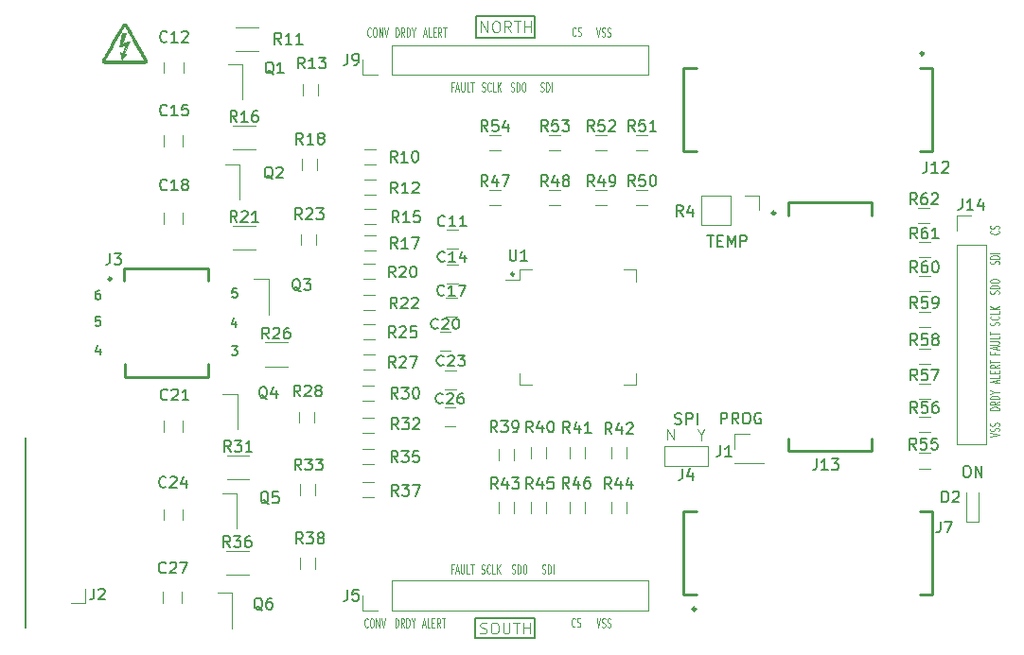
<source format=gbr>
G04 #@! TF.FileFunction,Legend,Top*
%FSLAX46Y46*%
G04 Gerber Fmt 4.6, Leading zero omitted, Abs format (unit mm)*
G04 Created by KiCad (PCBNEW 4.0.7) date 05/28/18 23:31:17*
%MOMM*%
%LPD*%
G01*
G04 APERTURE LIST*
%ADD10C,0.100000*%
%ADD11C,0.150000*%
%ADD12C,0.200000*%
%ADD13C,0.250000*%
%ADD14C,0.254000*%
%ADD15C,0.120000*%
%ADD16C,0.010000*%
G04 APERTURE END LIST*
D10*
D11*
X167204286Y-100932381D02*
X167204286Y-99932381D01*
X167585239Y-99932381D01*
X167680477Y-99980000D01*
X167728096Y-100027619D01*
X167775715Y-100122857D01*
X167775715Y-100265714D01*
X167728096Y-100360952D01*
X167680477Y-100408571D01*
X167585239Y-100456190D01*
X167204286Y-100456190D01*
X168775715Y-100932381D02*
X168442381Y-100456190D01*
X168204286Y-100932381D02*
X168204286Y-99932381D01*
X168585239Y-99932381D01*
X168680477Y-99980000D01*
X168728096Y-100027619D01*
X168775715Y-100122857D01*
X168775715Y-100265714D01*
X168728096Y-100360952D01*
X168680477Y-100408571D01*
X168585239Y-100456190D01*
X168204286Y-100456190D01*
X169394762Y-99932381D02*
X169585239Y-99932381D01*
X169680477Y-99980000D01*
X169775715Y-100075238D01*
X169823334Y-100265714D01*
X169823334Y-100599048D01*
X169775715Y-100789524D01*
X169680477Y-100884762D01*
X169585239Y-100932381D01*
X169394762Y-100932381D01*
X169299524Y-100884762D01*
X169204286Y-100789524D01*
X169156667Y-100599048D01*
X169156667Y-100265714D01*
X169204286Y-100075238D01*
X169299524Y-99980000D01*
X169394762Y-99932381D01*
X170775715Y-99980000D02*
X170680477Y-99932381D01*
X170537620Y-99932381D01*
X170394762Y-99980000D01*
X170299524Y-100075238D01*
X170251905Y-100170476D01*
X170204286Y-100360952D01*
X170204286Y-100503810D01*
X170251905Y-100694286D01*
X170299524Y-100789524D01*
X170394762Y-100884762D01*
X170537620Y-100932381D01*
X170632858Y-100932381D01*
X170775715Y-100884762D01*
X170823334Y-100837143D01*
X170823334Y-100503810D01*
X170632858Y-100503810D01*
X111632381Y-88971905D02*
X111480000Y-88971905D01*
X111403810Y-89010000D01*
X111365715Y-89048095D01*
X111289524Y-89162381D01*
X111251429Y-89314762D01*
X111251429Y-89619524D01*
X111289524Y-89695714D01*
X111327619Y-89733810D01*
X111403810Y-89771905D01*
X111556191Y-89771905D01*
X111632381Y-89733810D01*
X111670477Y-89695714D01*
X111708572Y-89619524D01*
X111708572Y-89429048D01*
X111670477Y-89352857D01*
X111632381Y-89314762D01*
X111556191Y-89276667D01*
X111403810Y-89276667D01*
X111327619Y-89314762D01*
X111289524Y-89352857D01*
X111251429Y-89429048D01*
X111650477Y-91371905D02*
X111269524Y-91371905D01*
X111231429Y-91752857D01*
X111269524Y-91714762D01*
X111345715Y-91676667D01*
X111536191Y-91676667D01*
X111612381Y-91714762D01*
X111650477Y-91752857D01*
X111688572Y-91829048D01*
X111688572Y-92019524D01*
X111650477Y-92095714D01*
X111612381Y-92133810D01*
X111536191Y-92171905D01*
X111345715Y-92171905D01*
X111269524Y-92133810D01*
X111231429Y-92095714D01*
X111652381Y-94178571D02*
X111652381Y-94711905D01*
X111461905Y-93873810D02*
X111271429Y-94445238D01*
X111766667Y-94445238D01*
X123900477Y-88831905D02*
X123519524Y-88831905D01*
X123481429Y-89212857D01*
X123519524Y-89174762D01*
X123595715Y-89136667D01*
X123786191Y-89136667D01*
X123862381Y-89174762D01*
X123900477Y-89212857D01*
X123938572Y-89289048D01*
X123938572Y-89479524D01*
X123900477Y-89555714D01*
X123862381Y-89593810D01*
X123786191Y-89631905D01*
X123595715Y-89631905D01*
X123519524Y-89593810D01*
X123481429Y-89555714D01*
X123802381Y-91738571D02*
X123802381Y-92271905D01*
X123611905Y-91433810D02*
X123421429Y-92005238D01*
X123916667Y-92005238D01*
X123463334Y-93991905D02*
X123958572Y-93991905D01*
X123691905Y-94296667D01*
X123806191Y-94296667D01*
X123882381Y-94334762D01*
X123920477Y-94372857D01*
X123958572Y-94449048D01*
X123958572Y-94639524D01*
X123920477Y-94715714D01*
X123882381Y-94753810D01*
X123806191Y-94791905D01*
X123577619Y-94791905D01*
X123501429Y-94753810D01*
X123463334Y-94715714D01*
X189110952Y-104702381D02*
X189301429Y-104702381D01*
X189396667Y-104750000D01*
X189491905Y-104845238D01*
X189539524Y-105035714D01*
X189539524Y-105369048D01*
X189491905Y-105559524D01*
X189396667Y-105654762D01*
X189301429Y-105702381D01*
X189110952Y-105702381D01*
X189015714Y-105654762D01*
X188920476Y-105559524D01*
X188872857Y-105369048D01*
X188872857Y-105035714D01*
X188920476Y-104845238D01*
X189015714Y-104750000D01*
X189110952Y-104702381D01*
X189968095Y-105702381D02*
X189968095Y-104702381D01*
X190539524Y-105702381D01*
X190539524Y-104702381D01*
D10*
X192063810Y-86631904D02*
X192101905Y-86560475D01*
X192101905Y-86441428D01*
X192063810Y-86393809D01*
X192025714Y-86369999D01*
X191949524Y-86346190D01*
X191873333Y-86346190D01*
X191797143Y-86369999D01*
X191759048Y-86393809D01*
X191720952Y-86441428D01*
X191682857Y-86536666D01*
X191644762Y-86584285D01*
X191606667Y-86608094D01*
X191530476Y-86631904D01*
X191454286Y-86631904D01*
X191378095Y-86608094D01*
X191340000Y-86584285D01*
X191301905Y-86536666D01*
X191301905Y-86417618D01*
X191340000Y-86346190D01*
X192101905Y-86131904D02*
X191301905Y-86131904D01*
X191301905Y-86012857D01*
X191340000Y-85941428D01*
X191416190Y-85893809D01*
X191492381Y-85870000D01*
X191644762Y-85846190D01*
X191759048Y-85846190D01*
X191911429Y-85870000D01*
X191987619Y-85893809D01*
X192063810Y-85941428D01*
X192101905Y-86012857D01*
X192101905Y-86131904D01*
X192101905Y-85631904D02*
X191301905Y-85631904D01*
X192063810Y-89294762D02*
X192101905Y-89223333D01*
X192101905Y-89104286D01*
X192063810Y-89056667D01*
X192025714Y-89032857D01*
X191949524Y-89009048D01*
X191873333Y-89009048D01*
X191797143Y-89032857D01*
X191759048Y-89056667D01*
X191720952Y-89104286D01*
X191682857Y-89199524D01*
X191644762Y-89247143D01*
X191606667Y-89270952D01*
X191530476Y-89294762D01*
X191454286Y-89294762D01*
X191378095Y-89270952D01*
X191340000Y-89247143D01*
X191301905Y-89199524D01*
X191301905Y-89080476D01*
X191340000Y-89009048D01*
X192101905Y-88794762D02*
X191301905Y-88794762D01*
X191301905Y-88675715D01*
X191340000Y-88604286D01*
X191416190Y-88556667D01*
X191492381Y-88532858D01*
X191644762Y-88509048D01*
X191759048Y-88509048D01*
X191911429Y-88532858D01*
X191987619Y-88556667D01*
X192063810Y-88604286D01*
X192101905Y-88675715D01*
X192101905Y-88794762D01*
X191301905Y-88199524D02*
X191301905Y-88104286D01*
X191340000Y-88056667D01*
X191416190Y-88009048D01*
X191568571Y-87985239D01*
X191835238Y-87985239D01*
X191987619Y-88009048D01*
X192063810Y-88056667D01*
X192101905Y-88104286D01*
X192101905Y-88199524D01*
X192063810Y-88247143D01*
X191987619Y-88294762D01*
X191835238Y-88318572D01*
X191568571Y-88318572D01*
X191416190Y-88294762D01*
X191340000Y-88247143D01*
X191301905Y-88199524D01*
X191301905Y-102082856D02*
X192101905Y-101916189D01*
X191301905Y-101749523D01*
X192063810Y-101606666D02*
X192101905Y-101535237D01*
X192101905Y-101416190D01*
X192063810Y-101368571D01*
X192025714Y-101344761D01*
X191949524Y-101320952D01*
X191873333Y-101320952D01*
X191797143Y-101344761D01*
X191759048Y-101368571D01*
X191720952Y-101416190D01*
X191682857Y-101511428D01*
X191644762Y-101559047D01*
X191606667Y-101582856D01*
X191530476Y-101606666D01*
X191454286Y-101606666D01*
X191378095Y-101582856D01*
X191340000Y-101559047D01*
X191301905Y-101511428D01*
X191301905Y-101392380D01*
X191340000Y-101320952D01*
X192063810Y-101130476D02*
X192101905Y-101059047D01*
X192101905Y-100940000D01*
X192063810Y-100892381D01*
X192025714Y-100868571D01*
X191949524Y-100844762D01*
X191873333Y-100844762D01*
X191797143Y-100868571D01*
X191759048Y-100892381D01*
X191720952Y-100940000D01*
X191682857Y-101035238D01*
X191644762Y-101082857D01*
X191606667Y-101106666D01*
X191530476Y-101130476D01*
X191454286Y-101130476D01*
X191378095Y-101106666D01*
X191340000Y-101082857D01*
X191301905Y-101035238D01*
X191301905Y-100916190D01*
X191340000Y-100844762D01*
X192101905Y-99705237D02*
X191301905Y-99705237D01*
X191301905Y-99586190D01*
X191340000Y-99514761D01*
X191416190Y-99467142D01*
X191492381Y-99443333D01*
X191644762Y-99419523D01*
X191759048Y-99419523D01*
X191911429Y-99443333D01*
X191987619Y-99467142D01*
X192063810Y-99514761D01*
X192101905Y-99586190D01*
X192101905Y-99705237D01*
X192101905Y-98919523D02*
X191720952Y-99086190D01*
X192101905Y-99205237D02*
X191301905Y-99205237D01*
X191301905Y-99014761D01*
X191340000Y-98967142D01*
X191378095Y-98943333D01*
X191454286Y-98919523D01*
X191568571Y-98919523D01*
X191644762Y-98943333D01*
X191682857Y-98967142D01*
X191720952Y-99014761D01*
X191720952Y-99205237D01*
X192101905Y-98705237D02*
X191301905Y-98705237D01*
X191301905Y-98586190D01*
X191340000Y-98514761D01*
X191416190Y-98467142D01*
X191492381Y-98443333D01*
X191644762Y-98419523D01*
X191759048Y-98419523D01*
X191911429Y-98443333D01*
X191987619Y-98467142D01*
X192063810Y-98514761D01*
X192101905Y-98586190D01*
X192101905Y-98705237D01*
X191720952Y-98109999D02*
X192101905Y-98109999D01*
X191301905Y-98276666D02*
X191720952Y-98109999D01*
X191301905Y-97943333D01*
X191873333Y-97258095D02*
X191873333Y-97020000D01*
X192101905Y-97305714D02*
X191301905Y-97139047D01*
X192101905Y-96972381D01*
X192101905Y-96567619D02*
X192101905Y-96805714D01*
X191301905Y-96805714D01*
X191682857Y-96400952D02*
X191682857Y-96234286D01*
X192101905Y-96162857D02*
X192101905Y-96400952D01*
X191301905Y-96400952D01*
X191301905Y-96162857D01*
X192101905Y-95662857D02*
X191720952Y-95829524D01*
X192101905Y-95948571D02*
X191301905Y-95948571D01*
X191301905Y-95758095D01*
X191340000Y-95710476D01*
X191378095Y-95686667D01*
X191454286Y-95662857D01*
X191568571Y-95662857D01*
X191644762Y-95686667D01*
X191682857Y-95710476D01*
X191720952Y-95758095D01*
X191720952Y-95948571D01*
X191301905Y-95520000D02*
X191301905Y-95234286D01*
X192101905Y-95377143D02*
X191301905Y-95377143D01*
X191682857Y-94527619D02*
X191682857Y-94694285D01*
X192101905Y-94694285D02*
X191301905Y-94694285D01*
X191301905Y-94456190D01*
X191873333Y-94289524D02*
X191873333Y-94051429D01*
X192101905Y-94337143D02*
X191301905Y-94170476D01*
X192101905Y-94003810D01*
X191301905Y-93837143D02*
X191949524Y-93837143D01*
X192025714Y-93813334D01*
X192063810Y-93789524D01*
X192101905Y-93741905D01*
X192101905Y-93646667D01*
X192063810Y-93599048D01*
X192025714Y-93575239D01*
X191949524Y-93551429D01*
X191301905Y-93551429D01*
X192101905Y-93075238D02*
X192101905Y-93313333D01*
X191301905Y-93313333D01*
X191301905Y-92980000D02*
X191301905Y-92694286D01*
X192101905Y-92837143D02*
X191301905Y-92837143D01*
X192063810Y-92105238D02*
X192101905Y-92033809D01*
X192101905Y-91914762D01*
X192063810Y-91867143D01*
X192025714Y-91843333D01*
X191949524Y-91819524D01*
X191873333Y-91819524D01*
X191797143Y-91843333D01*
X191759048Y-91867143D01*
X191720952Y-91914762D01*
X191682857Y-92010000D01*
X191644762Y-92057619D01*
X191606667Y-92081428D01*
X191530476Y-92105238D01*
X191454286Y-92105238D01*
X191378095Y-92081428D01*
X191340000Y-92057619D01*
X191301905Y-92010000D01*
X191301905Y-91890952D01*
X191340000Y-91819524D01*
X192025714Y-91319524D02*
X192063810Y-91343334D01*
X192101905Y-91414762D01*
X192101905Y-91462381D01*
X192063810Y-91533810D01*
X191987619Y-91581429D01*
X191911429Y-91605238D01*
X191759048Y-91629048D01*
X191644762Y-91629048D01*
X191492381Y-91605238D01*
X191416190Y-91581429D01*
X191340000Y-91533810D01*
X191301905Y-91462381D01*
X191301905Y-91414762D01*
X191340000Y-91343334D01*
X191378095Y-91319524D01*
X192101905Y-90867143D02*
X192101905Y-91105238D01*
X191301905Y-91105238D01*
X192101905Y-90700476D02*
X191301905Y-90700476D01*
X192101905Y-90414762D02*
X191644762Y-90629048D01*
X191301905Y-90414762D02*
X191759048Y-90700476D01*
X192025714Y-83643333D02*
X192063810Y-83667143D01*
X192101905Y-83738571D01*
X192101905Y-83786190D01*
X192063810Y-83857619D01*
X191987619Y-83905238D01*
X191911429Y-83929047D01*
X191759048Y-83952857D01*
X191644762Y-83952857D01*
X191492381Y-83929047D01*
X191416190Y-83905238D01*
X191340000Y-83857619D01*
X191301905Y-83786190D01*
X191301905Y-83738571D01*
X191340000Y-83667143D01*
X191378095Y-83643333D01*
X192063810Y-83452857D02*
X192101905Y-83381428D01*
X192101905Y-83262381D01*
X192063810Y-83214762D01*
X192025714Y-83190952D01*
X191949524Y-83167143D01*
X191873333Y-83167143D01*
X191797143Y-83190952D01*
X191759048Y-83214762D01*
X191720952Y-83262381D01*
X191682857Y-83357619D01*
X191644762Y-83405238D01*
X191606667Y-83429047D01*
X191530476Y-83452857D01*
X191454286Y-83452857D01*
X191378095Y-83429047D01*
X191340000Y-83405238D01*
X191301905Y-83357619D01*
X191301905Y-83238571D01*
X191340000Y-83167143D01*
D12*
X165980476Y-84072381D02*
X166551905Y-84072381D01*
X166266190Y-85072381D02*
X166266190Y-84072381D01*
X166885238Y-84548571D02*
X167218572Y-84548571D01*
X167361429Y-85072381D02*
X166885238Y-85072381D01*
X166885238Y-84072381D01*
X167361429Y-84072381D01*
X167790000Y-85072381D02*
X167790000Y-84072381D01*
X168123334Y-84786667D01*
X168456667Y-84072381D01*
X168456667Y-85072381D01*
X168932857Y-85072381D02*
X168932857Y-84072381D01*
X169313810Y-84072381D01*
X169409048Y-84120000D01*
X169456667Y-84167619D01*
X169504286Y-84262857D01*
X169504286Y-84405714D01*
X169456667Y-84500952D01*
X169409048Y-84548571D01*
X169313810Y-84596190D01*
X168932857Y-84596190D01*
D10*
X156087144Y-65461905D02*
X156253811Y-66261905D01*
X156420477Y-65461905D01*
X156563334Y-66223810D02*
X156634763Y-66261905D01*
X156753810Y-66261905D01*
X156801429Y-66223810D01*
X156825239Y-66185714D01*
X156849048Y-66109524D01*
X156849048Y-66033333D01*
X156825239Y-65957143D01*
X156801429Y-65919048D01*
X156753810Y-65880952D01*
X156658572Y-65842857D01*
X156610953Y-65804762D01*
X156587144Y-65766667D01*
X156563334Y-65690476D01*
X156563334Y-65614286D01*
X156587144Y-65538095D01*
X156610953Y-65500000D01*
X156658572Y-65461905D01*
X156777620Y-65461905D01*
X156849048Y-65500000D01*
X157039524Y-66223810D02*
X157110953Y-66261905D01*
X157230000Y-66261905D01*
X157277619Y-66223810D01*
X157301429Y-66185714D01*
X157325238Y-66109524D01*
X157325238Y-66033333D01*
X157301429Y-65957143D01*
X157277619Y-65919048D01*
X157230000Y-65880952D01*
X157134762Y-65842857D01*
X157087143Y-65804762D01*
X157063334Y-65766667D01*
X157039524Y-65690476D01*
X157039524Y-65614286D01*
X157063334Y-65538095D01*
X157087143Y-65500000D01*
X157134762Y-65461905D01*
X157253810Y-65461905D01*
X157325238Y-65500000D01*
X145834762Y-71123810D02*
X145906191Y-71161905D01*
X146025238Y-71161905D01*
X146072857Y-71123810D01*
X146096667Y-71085714D01*
X146120476Y-71009524D01*
X146120476Y-70933333D01*
X146096667Y-70857143D01*
X146072857Y-70819048D01*
X146025238Y-70780952D01*
X145930000Y-70742857D01*
X145882381Y-70704762D01*
X145858572Y-70666667D01*
X145834762Y-70590476D01*
X145834762Y-70514286D01*
X145858572Y-70438095D01*
X145882381Y-70400000D01*
X145930000Y-70361905D01*
X146049048Y-70361905D01*
X146120476Y-70400000D01*
X146620476Y-71085714D02*
X146596666Y-71123810D01*
X146525238Y-71161905D01*
X146477619Y-71161905D01*
X146406190Y-71123810D01*
X146358571Y-71047619D01*
X146334762Y-70971429D01*
X146310952Y-70819048D01*
X146310952Y-70704762D01*
X146334762Y-70552381D01*
X146358571Y-70476190D01*
X146406190Y-70400000D01*
X146477619Y-70361905D01*
X146525238Y-70361905D01*
X146596666Y-70400000D01*
X146620476Y-70438095D01*
X147072857Y-71161905D02*
X146834762Y-71161905D01*
X146834762Y-70361905D01*
X147239524Y-71161905D02*
X147239524Y-70361905D01*
X147525238Y-71161905D02*
X147310952Y-70704762D01*
X147525238Y-70361905D02*
X147239524Y-70819048D01*
X151078096Y-71123810D02*
X151149525Y-71161905D01*
X151268572Y-71161905D01*
X151316191Y-71123810D01*
X151340001Y-71085714D01*
X151363810Y-71009524D01*
X151363810Y-70933333D01*
X151340001Y-70857143D01*
X151316191Y-70819048D01*
X151268572Y-70780952D01*
X151173334Y-70742857D01*
X151125715Y-70704762D01*
X151101906Y-70666667D01*
X151078096Y-70590476D01*
X151078096Y-70514286D01*
X151101906Y-70438095D01*
X151125715Y-70400000D01*
X151173334Y-70361905D01*
X151292382Y-70361905D01*
X151363810Y-70400000D01*
X151578096Y-71161905D02*
X151578096Y-70361905D01*
X151697143Y-70361905D01*
X151768572Y-70400000D01*
X151816191Y-70476190D01*
X151840000Y-70552381D01*
X151863810Y-70704762D01*
X151863810Y-70819048D01*
X151840000Y-70971429D01*
X151816191Y-71047619D01*
X151768572Y-71123810D01*
X151697143Y-71161905D01*
X151578096Y-71161905D01*
X152078096Y-71161905D02*
X152078096Y-70361905D01*
X148425238Y-71123810D02*
X148496667Y-71161905D01*
X148615714Y-71161905D01*
X148663333Y-71123810D01*
X148687143Y-71085714D01*
X148710952Y-71009524D01*
X148710952Y-70933333D01*
X148687143Y-70857143D01*
X148663333Y-70819048D01*
X148615714Y-70780952D01*
X148520476Y-70742857D01*
X148472857Y-70704762D01*
X148449048Y-70666667D01*
X148425238Y-70590476D01*
X148425238Y-70514286D01*
X148449048Y-70438095D01*
X148472857Y-70400000D01*
X148520476Y-70361905D01*
X148639524Y-70361905D01*
X148710952Y-70400000D01*
X148925238Y-71161905D02*
X148925238Y-70361905D01*
X149044285Y-70361905D01*
X149115714Y-70400000D01*
X149163333Y-70476190D01*
X149187142Y-70552381D01*
X149210952Y-70704762D01*
X149210952Y-70819048D01*
X149187142Y-70971429D01*
X149163333Y-71047619D01*
X149115714Y-71123810D01*
X149044285Y-71161905D01*
X148925238Y-71161905D01*
X149520476Y-70361905D02*
X149615714Y-70361905D01*
X149663333Y-70400000D01*
X149710952Y-70476190D01*
X149734761Y-70628571D01*
X149734761Y-70895238D01*
X149710952Y-71047619D01*
X149663333Y-71123810D01*
X149615714Y-71161905D01*
X149520476Y-71161905D01*
X149472857Y-71123810D01*
X149425238Y-71047619D01*
X149401428Y-70895238D01*
X149401428Y-70628571D01*
X149425238Y-70476190D01*
X149472857Y-70400000D01*
X149520476Y-70361905D01*
X154226667Y-66145714D02*
X154202857Y-66183810D01*
X154131429Y-66221905D01*
X154083810Y-66221905D01*
X154012381Y-66183810D01*
X153964762Y-66107619D01*
X153940953Y-66031429D01*
X153917143Y-65879048D01*
X153917143Y-65764762D01*
X153940953Y-65612381D01*
X153964762Y-65536190D01*
X154012381Y-65460000D01*
X154083810Y-65421905D01*
X154131429Y-65421905D01*
X154202857Y-65460000D01*
X154226667Y-65498095D01*
X154417143Y-66183810D02*
X154488572Y-66221905D01*
X154607619Y-66221905D01*
X154655238Y-66183810D01*
X154679048Y-66145714D01*
X154702857Y-66069524D01*
X154702857Y-65993333D01*
X154679048Y-65917143D01*
X154655238Y-65879048D01*
X154607619Y-65840952D01*
X154512381Y-65802857D01*
X154464762Y-65764762D01*
X154440953Y-65726667D01*
X154417143Y-65650476D01*
X154417143Y-65574286D01*
X154440953Y-65498095D01*
X154464762Y-65460000D01*
X154512381Y-65421905D01*
X154631429Y-65421905D01*
X154702857Y-65460000D01*
X143282381Y-70742857D02*
X143115715Y-70742857D01*
X143115715Y-71161905D02*
X143115715Y-70361905D01*
X143353810Y-70361905D01*
X143520476Y-70933333D02*
X143758571Y-70933333D01*
X143472857Y-71161905D02*
X143639524Y-70361905D01*
X143806190Y-71161905D01*
X143972857Y-70361905D02*
X143972857Y-71009524D01*
X143996666Y-71085714D01*
X144020476Y-71123810D01*
X144068095Y-71161905D01*
X144163333Y-71161905D01*
X144210952Y-71123810D01*
X144234761Y-71085714D01*
X144258571Y-71009524D01*
X144258571Y-70361905D01*
X144734762Y-71161905D02*
X144496667Y-71161905D01*
X144496667Y-70361905D01*
X144830000Y-70361905D02*
X145115714Y-70361905D01*
X144972857Y-71161905D02*
X144972857Y-70361905D01*
X140611905Y-66033333D02*
X140850000Y-66033333D01*
X140564286Y-66261905D02*
X140730953Y-65461905D01*
X140897619Y-66261905D01*
X141302381Y-66261905D02*
X141064286Y-66261905D01*
X141064286Y-65461905D01*
X141469048Y-65842857D02*
X141635714Y-65842857D01*
X141707143Y-66261905D02*
X141469048Y-66261905D01*
X141469048Y-65461905D01*
X141707143Y-65461905D01*
X142207143Y-66261905D02*
X142040476Y-65880952D01*
X141921429Y-66261905D02*
X141921429Y-65461905D01*
X142111905Y-65461905D01*
X142159524Y-65500000D01*
X142183333Y-65538095D01*
X142207143Y-65614286D01*
X142207143Y-65728571D01*
X142183333Y-65804762D01*
X142159524Y-65842857D01*
X142111905Y-65880952D01*
X141921429Y-65880952D01*
X142350000Y-65461905D02*
X142635714Y-65461905D01*
X142492857Y-66261905D02*
X142492857Y-65461905D01*
X138114763Y-66261905D02*
X138114763Y-65461905D01*
X138233810Y-65461905D01*
X138305239Y-65500000D01*
X138352858Y-65576190D01*
X138376667Y-65652381D01*
X138400477Y-65804762D01*
X138400477Y-65919048D01*
X138376667Y-66071429D01*
X138352858Y-66147619D01*
X138305239Y-66223810D01*
X138233810Y-66261905D01*
X138114763Y-66261905D01*
X138900477Y-66261905D02*
X138733810Y-65880952D01*
X138614763Y-66261905D02*
X138614763Y-65461905D01*
X138805239Y-65461905D01*
X138852858Y-65500000D01*
X138876667Y-65538095D01*
X138900477Y-65614286D01*
X138900477Y-65728571D01*
X138876667Y-65804762D01*
X138852858Y-65842857D01*
X138805239Y-65880952D01*
X138614763Y-65880952D01*
X139114763Y-66261905D02*
X139114763Y-65461905D01*
X139233810Y-65461905D01*
X139305239Y-65500000D01*
X139352858Y-65576190D01*
X139376667Y-65652381D01*
X139400477Y-65804762D01*
X139400477Y-65919048D01*
X139376667Y-66071429D01*
X139352858Y-66147619D01*
X139305239Y-66223810D01*
X139233810Y-66261905D01*
X139114763Y-66261905D01*
X139710001Y-65880952D02*
X139710001Y-66261905D01*
X139543334Y-65461905D02*
X139710001Y-65880952D01*
X139876667Y-65461905D01*
X135886667Y-66185714D02*
X135862857Y-66223810D01*
X135791429Y-66261905D01*
X135743810Y-66261905D01*
X135672381Y-66223810D01*
X135624762Y-66147619D01*
X135600953Y-66071429D01*
X135577143Y-65919048D01*
X135577143Y-65804762D01*
X135600953Y-65652381D01*
X135624762Y-65576190D01*
X135672381Y-65500000D01*
X135743810Y-65461905D01*
X135791429Y-65461905D01*
X135862857Y-65500000D01*
X135886667Y-65538095D01*
X136196191Y-65461905D02*
X136291429Y-65461905D01*
X136339048Y-65500000D01*
X136386667Y-65576190D01*
X136410476Y-65728571D01*
X136410476Y-65995238D01*
X136386667Y-66147619D01*
X136339048Y-66223810D01*
X136291429Y-66261905D01*
X136196191Y-66261905D01*
X136148572Y-66223810D01*
X136100953Y-66147619D01*
X136077143Y-65995238D01*
X136077143Y-65728571D01*
X136100953Y-65576190D01*
X136148572Y-65500000D01*
X136196191Y-65461905D01*
X136624763Y-66261905D02*
X136624763Y-65461905D01*
X136910477Y-66261905D01*
X136910477Y-65461905D01*
X137077144Y-65461905D02*
X137243811Y-66261905D01*
X137410477Y-65461905D01*
X156097144Y-118361905D02*
X156263811Y-119161905D01*
X156430477Y-118361905D01*
X156573334Y-119123810D02*
X156644763Y-119161905D01*
X156763810Y-119161905D01*
X156811429Y-119123810D01*
X156835239Y-119085714D01*
X156859048Y-119009524D01*
X156859048Y-118933333D01*
X156835239Y-118857143D01*
X156811429Y-118819048D01*
X156763810Y-118780952D01*
X156668572Y-118742857D01*
X156620953Y-118704762D01*
X156597144Y-118666667D01*
X156573334Y-118590476D01*
X156573334Y-118514286D01*
X156597144Y-118438095D01*
X156620953Y-118400000D01*
X156668572Y-118361905D01*
X156787620Y-118361905D01*
X156859048Y-118400000D01*
X157049524Y-119123810D02*
X157120953Y-119161905D01*
X157240000Y-119161905D01*
X157287619Y-119123810D01*
X157311429Y-119085714D01*
X157335238Y-119009524D01*
X157335238Y-118933333D01*
X157311429Y-118857143D01*
X157287619Y-118819048D01*
X157240000Y-118780952D01*
X157144762Y-118742857D01*
X157097143Y-118704762D01*
X157073334Y-118666667D01*
X157049524Y-118590476D01*
X157049524Y-118514286D01*
X157073334Y-118438095D01*
X157097143Y-118400000D01*
X157144762Y-118361905D01*
X157263810Y-118361905D01*
X157335238Y-118400000D01*
X145774762Y-114323810D02*
X145846191Y-114361905D01*
X145965238Y-114361905D01*
X146012857Y-114323810D01*
X146036667Y-114285714D01*
X146060476Y-114209524D01*
X146060476Y-114133333D01*
X146036667Y-114057143D01*
X146012857Y-114019048D01*
X145965238Y-113980952D01*
X145870000Y-113942857D01*
X145822381Y-113904762D01*
X145798572Y-113866667D01*
X145774762Y-113790476D01*
X145774762Y-113714286D01*
X145798572Y-113638095D01*
X145822381Y-113600000D01*
X145870000Y-113561905D01*
X145989048Y-113561905D01*
X146060476Y-113600000D01*
X146560476Y-114285714D02*
X146536666Y-114323810D01*
X146465238Y-114361905D01*
X146417619Y-114361905D01*
X146346190Y-114323810D01*
X146298571Y-114247619D01*
X146274762Y-114171429D01*
X146250952Y-114019048D01*
X146250952Y-113904762D01*
X146274762Y-113752381D01*
X146298571Y-113676190D01*
X146346190Y-113600000D01*
X146417619Y-113561905D01*
X146465238Y-113561905D01*
X146536666Y-113600000D01*
X146560476Y-113638095D01*
X147012857Y-114361905D02*
X146774762Y-114361905D01*
X146774762Y-113561905D01*
X147179524Y-114361905D02*
X147179524Y-113561905D01*
X147465238Y-114361905D02*
X147250952Y-113904762D01*
X147465238Y-113561905D02*
X147179524Y-114019048D01*
X151228096Y-114323810D02*
X151299525Y-114361905D01*
X151418572Y-114361905D01*
X151466191Y-114323810D01*
X151490001Y-114285714D01*
X151513810Y-114209524D01*
X151513810Y-114133333D01*
X151490001Y-114057143D01*
X151466191Y-114019048D01*
X151418572Y-113980952D01*
X151323334Y-113942857D01*
X151275715Y-113904762D01*
X151251906Y-113866667D01*
X151228096Y-113790476D01*
X151228096Y-113714286D01*
X151251906Y-113638095D01*
X151275715Y-113600000D01*
X151323334Y-113561905D01*
X151442382Y-113561905D01*
X151513810Y-113600000D01*
X151728096Y-114361905D02*
X151728096Y-113561905D01*
X151847143Y-113561905D01*
X151918572Y-113600000D01*
X151966191Y-113676190D01*
X151990000Y-113752381D01*
X152013810Y-113904762D01*
X152013810Y-114019048D01*
X151990000Y-114171429D01*
X151966191Y-114247619D01*
X151918572Y-114323810D01*
X151847143Y-114361905D01*
X151728096Y-114361905D01*
X152228096Y-114361905D02*
X152228096Y-113561905D01*
X148515238Y-114323810D02*
X148586667Y-114361905D01*
X148705714Y-114361905D01*
X148753333Y-114323810D01*
X148777143Y-114285714D01*
X148800952Y-114209524D01*
X148800952Y-114133333D01*
X148777143Y-114057143D01*
X148753333Y-114019048D01*
X148705714Y-113980952D01*
X148610476Y-113942857D01*
X148562857Y-113904762D01*
X148539048Y-113866667D01*
X148515238Y-113790476D01*
X148515238Y-113714286D01*
X148539048Y-113638095D01*
X148562857Y-113600000D01*
X148610476Y-113561905D01*
X148729524Y-113561905D01*
X148800952Y-113600000D01*
X149015238Y-114361905D02*
X149015238Y-113561905D01*
X149134285Y-113561905D01*
X149205714Y-113600000D01*
X149253333Y-113676190D01*
X149277142Y-113752381D01*
X149300952Y-113904762D01*
X149300952Y-114019048D01*
X149277142Y-114171429D01*
X149253333Y-114247619D01*
X149205714Y-114323810D01*
X149134285Y-114361905D01*
X149015238Y-114361905D01*
X149610476Y-113561905D02*
X149705714Y-113561905D01*
X149753333Y-113600000D01*
X149800952Y-113676190D01*
X149824761Y-113828571D01*
X149824761Y-114095238D01*
X149800952Y-114247619D01*
X149753333Y-114323810D01*
X149705714Y-114361905D01*
X149610476Y-114361905D01*
X149562857Y-114323810D01*
X149515238Y-114247619D01*
X149491428Y-114095238D01*
X149491428Y-113828571D01*
X149515238Y-113676190D01*
X149562857Y-113600000D01*
X149610476Y-113561905D01*
X154156667Y-119065714D02*
X154132857Y-119103810D01*
X154061429Y-119141905D01*
X154013810Y-119141905D01*
X153942381Y-119103810D01*
X153894762Y-119027619D01*
X153870953Y-118951429D01*
X153847143Y-118799048D01*
X153847143Y-118684762D01*
X153870953Y-118532381D01*
X153894762Y-118456190D01*
X153942381Y-118380000D01*
X154013810Y-118341905D01*
X154061429Y-118341905D01*
X154132857Y-118380000D01*
X154156667Y-118418095D01*
X154347143Y-119103810D02*
X154418572Y-119141905D01*
X154537619Y-119141905D01*
X154585238Y-119103810D01*
X154609048Y-119065714D01*
X154632857Y-118989524D01*
X154632857Y-118913333D01*
X154609048Y-118837143D01*
X154585238Y-118799048D01*
X154537619Y-118760952D01*
X154442381Y-118722857D01*
X154394762Y-118684762D01*
X154370953Y-118646667D01*
X154347143Y-118570476D01*
X154347143Y-118494286D01*
X154370953Y-118418095D01*
X154394762Y-118380000D01*
X154442381Y-118341905D01*
X154561429Y-118341905D01*
X154632857Y-118380000D01*
X143262381Y-113942857D02*
X143095715Y-113942857D01*
X143095715Y-114361905D02*
X143095715Y-113561905D01*
X143333810Y-113561905D01*
X143500476Y-114133333D02*
X143738571Y-114133333D01*
X143452857Y-114361905D02*
X143619524Y-113561905D01*
X143786190Y-114361905D01*
X143952857Y-113561905D02*
X143952857Y-114209524D01*
X143976666Y-114285714D01*
X144000476Y-114323810D01*
X144048095Y-114361905D01*
X144143333Y-114361905D01*
X144190952Y-114323810D01*
X144214761Y-114285714D01*
X144238571Y-114209524D01*
X144238571Y-113561905D01*
X144714762Y-114361905D02*
X144476667Y-114361905D01*
X144476667Y-113561905D01*
X144810000Y-113561905D02*
X145095714Y-113561905D01*
X144952857Y-114361905D02*
X144952857Y-113561905D01*
X140501905Y-118933333D02*
X140740000Y-118933333D01*
X140454286Y-119161905D02*
X140620953Y-118361905D01*
X140787619Y-119161905D01*
X141192381Y-119161905D02*
X140954286Y-119161905D01*
X140954286Y-118361905D01*
X141359048Y-118742857D02*
X141525714Y-118742857D01*
X141597143Y-119161905D02*
X141359048Y-119161905D01*
X141359048Y-118361905D01*
X141597143Y-118361905D01*
X142097143Y-119161905D02*
X141930476Y-118780952D01*
X141811429Y-119161905D02*
X141811429Y-118361905D01*
X142001905Y-118361905D01*
X142049524Y-118400000D01*
X142073333Y-118438095D01*
X142097143Y-118514286D01*
X142097143Y-118628571D01*
X142073333Y-118704762D01*
X142049524Y-118742857D01*
X142001905Y-118780952D01*
X141811429Y-118780952D01*
X142240000Y-118361905D02*
X142525714Y-118361905D01*
X142382857Y-119161905D02*
X142382857Y-118361905D01*
X138074763Y-119161905D02*
X138074763Y-118361905D01*
X138193810Y-118361905D01*
X138265239Y-118400000D01*
X138312858Y-118476190D01*
X138336667Y-118552381D01*
X138360477Y-118704762D01*
X138360477Y-118819048D01*
X138336667Y-118971429D01*
X138312858Y-119047619D01*
X138265239Y-119123810D01*
X138193810Y-119161905D01*
X138074763Y-119161905D01*
X138860477Y-119161905D02*
X138693810Y-118780952D01*
X138574763Y-119161905D02*
X138574763Y-118361905D01*
X138765239Y-118361905D01*
X138812858Y-118400000D01*
X138836667Y-118438095D01*
X138860477Y-118514286D01*
X138860477Y-118628571D01*
X138836667Y-118704762D01*
X138812858Y-118742857D01*
X138765239Y-118780952D01*
X138574763Y-118780952D01*
X139074763Y-119161905D02*
X139074763Y-118361905D01*
X139193810Y-118361905D01*
X139265239Y-118400000D01*
X139312858Y-118476190D01*
X139336667Y-118552381D01*
X139360477Y-118704762D01*
X139360477Y-118819048D01*
X139336667Y-118971429D01*
X139312858Y-119047619D01*
X139265239Y-119123810D01*
X139193810Y-119161905D01*
X139074763Y-119161905D01*
X139670001Y-118780952D02*
X139670001Y-119161905D01*
X139503334Y-118361905D02*
X139670001Y-118780952D01*
X139836667Y-118361905D01*
X135616667Y-119085714D02*
X135592857Y-119123810D01*
X135521429Y-119161905D01*
X135473810Y-119161905D01*
X135402381Y-119123810D01*
X135354762Y-119047619D01*
X135330953Y-118971429D01*
X135307143Y-118819048D01*
X135307143Y-118704762D01*
X135330953Y-118552381D01*
X135354762Y-118476190D01*
X135402381Y-118400000D01*
X135473810Y-118361905D01*
X135521429Y-118361905D01*
X135592857Y-118400000D01*
X135616667Y-118438095D01*
X135926191Y-118361905D02*
X136021429Y-118361905D01*
X136069048Y-118400000D01*
X136116667Y-118476190D01*
X136140476Y-118628571D01*
X136140476Y-118895238D01*
X136116667Y-119047619D01*
X136069048Y-119123810D01*
X136021429Y-119161905D01*
X135926191Y-119161905D01*
X135878572Y-119123810D01*
X135830953Y-119047619D01*
X135807143Y-118895238D01*
X135807143Y-118628571D01*
X135830953Y-118476190D01*
X135878572Y-118400000D01*
X135926191Y-118361905D01*
X136354763Y-119161905D02*
X136354763Y-118361905D01*
X136640477Y-119161905D01*
X136640477Y-118361905D01*
X136807144Y-118361905D02*
X136973811Y-119161905D01*
X137140477Y-118361905D01*
D12*
X145220000Y-118360000D02*
X145220000Y-118490000D01*
X150530000Y-118360000D02*
X145220000Y-118360000D01*
X150530000Y-120150000D02*
X150530000Y-118360000D01*
X145220000Y-120150000D02*
X150530000Y-120150000D01*
X145220000Y-118420000D02*
X145220000Y-120150000D01*
X145290000Y-64450000D02*
X145290000Y-64560000D01*
X150590000Y-64450000D02*
X145290000Y-64450000D01*
X150590000Y-66370000D02*
X150590000Y-64450000D01*
X145290000Y-66370000D02*
X150590000Y-66370000D01*
X145290000Y-64530000D02*
X145290000Y-66370000D01*
D10*
X145765714Y-65862381D02*
X145765714Y-64862381D01*
X146337143Y-65862381D01*
X146337143Y-64862381D01*
X147003809Y-64862381D02*
X147194286Y-64862381D01*
X147289524Y-64910000D01*
X147384762Y-65005238D01*
X147432381Y-65195714D01*
X147432381Y-65529048D01*
X147384762Y-65719524D01*
X147289524Y-65814762D01*
X147194286Y-65862381D01*
X147003809Y-65862381D01*
X146908571Y-65814762D01*
X146813333Y-65719524D01*
X146765714Y-65529048D01*
X146765714Y-65195714D01*
X146813333Y-65005238D01*
X146908571Y-64910000D01*
X147003809Y-64862381D01*
X148432381Y-65862381D02*
X148099047Y-65386190D01*
X147860952Y-65862381D02*
X147860952Y-64862381D01*
X148241905Y-64862381D01*
X148337143Y-64910000D01*
X148384762Y-64957619D01*
X148432381Y-65052857D01*
X148432381Y-65195714D01*
X148384762Y-65290952D01*
X148337143Y-65338571D01*
X148241905Y-65386190D01*
X147860952Y-65386190D01*
X148718095Y-64862381D02*
X149289524Y-64862381D01*
X149003809Y-65862381D02*
X149003809Y-64862381D01*
X149622857Y-65862381D02*
X149622857Y-64862381D01*
X149622857Y-65338571D02*
X150194286Y-65338571D01*
X150194286Y-65862381D02*
X150194286Y-64862381D01*
X145671905Y-119694762D02*
X145814762Y-119742381D01*
X146052858Y-119742381D01*
X146148096Y-119694762D01*
X146195715Y-119647143D01*
X146243334Y-119551905D01*
X146243334Y-119456667D01*
X146195715Y-119361429D01*
X146148096Y-119313810D01*
X146052858Y-119266190D01*
X145862381Y-119218571D01*
X145767143Y-119170952D01*
X145719524Y-119123333D01*
X145671905Y-119028095D01*
X145671905Y-118932857D01*
X145719524Y-118837619D01*
X145767143Y-118790000D01*
X145862381Y-118742381D01*
X146100477Y-118742381D01*
X146243334Y-118790000D01*
X146862381Y-118742381D02*
X147052858Y-118742381D01*
X147148096Y-118790000D01*
X147243334Y-118885238D01*
X147290953Y-119075714D01*
X147290953Y-119409048D01*
X147243334Y-119599524D01*
X147148096Y-119694762D01*
X147052858Y-119742381D01*
X146862381Y-119742381D01*
X146767143Y-119694762D01*
X146671905Y-119599524D01*
X146624286Y-119409048D01*
X146624286Y-119075714D01*
X146671905Y-118885238D01*
X146767143Y-118790000D01*
X146862381Y-118742381D01*
X147719524Y-118742381D02*
X147719524Y-119551905D01*
X147767143Y-119647143D01*
X147814762Y-119694762D01*
X147910000Y-119742381D01*
X148100477Y-119742381D01*
X148195715Y-119694762D01*
X148243334Y-119647143D01*
X148290953Y-119551905D01*
X148290953Y-118742381D01*
X148624286Y-118742381D02*
X149195715Y-118742381D01*
X148910000Y-119742381D02*
X148910000Y-118742381D01*
X149529048Y-119742381D02*
X149529048Y-118742381D01*
X149529048Y-119218571D02*
X150100477Y-119218571D01*
X150100477Y-119742381D02*
X150100477Y-118742381D01*
X162444286Y-102382381D02*
X162444286Y-101382381D01*
X163015715Y-102382381D01*
X163015715Y-101382381D01*
X165410000Y-101936190D02*
X165410000Y-102412381D01*
X165076667Y-101412381D02*
X165410000Y-101936190D01*
X165743334Y-101412381D01*
D11*
X163106191Y-100944762D02*
X163249048Y-100992381D01*
X163487144Y-100992381D01*
X163582382Y-100944762D01*
X163630001Y-100897143D01*
X163677620Y-100801905D01*
X163677620Y-100706667D01*
X163630001Y-100611429D01*
X163582382Y-100563810D01*
X163487144Y-100516190D01*
X163296667Y-100468571D01*
X163201429Y-100420952D01*
X163153810Y-100373333D01*
X163106191Y-100278095D01*
X163106191Y-100182857D01*
X163153810Y-100087619D01*
X163201429Y-100040000D01*
X163296667Y-99992381D01*
X163534763Y-99992381D01*
X163677620Y-100040000D01*
X164106191Y-100992381D02*
X164106191Y-99992381D01*
X164487144Y-99992381D01*
X164582382Y-100040000D01*
X164630001Y-100087619D01*
X164677620Y-100182857D01*
X164677620Y-100325714D01*
X164630001Y-100420952D01*
X164582382Y-100468571D01*
X164487144Y-100516190D01*
X164106191Y-100516190D01*
X165106191Y-100992381D02*
X165106191Y-99992381D01*
D13*
X148700830Y-87540000D02*
G75*
G03X148700830Y-87540000I-120830J0D01*
G01*
D14*
X113830000Y-87010000D02*
X121330000Y-87010000D01*
X121380000Y-96720000D02*
X113880000Y-96720000D01*
X113880000Y-96720000D02*
X113880000Y-95570000D01*
X121380000Y-96720000D02*
X121380000Y-95570000D01*
X121330000Y-87010000D02*
X121330000Y-88160000D01*
X113830000Y-87010000D02*
X113830000Y-88160000D01*
X112685900Y-87967670D02*
G75*
G03X112685900Y-87967670I-143900J0D01*
G01*
D11*
X104970000Y-119200000D02*
X104970000Y-102200000D01*
D15*
X110370000Y-116970000D02*
X110370000Y-115700000D01*
X109100000Y-116970000D02*
X110370000Y-116970000D01*
D10*
X123460000Y-119250000D02*
X123460000Y-116090000D01*
X122160000Y-116090000D02*
X123460000Y-116090000D01*
X123910000Y-110300000D02*
X123910000Y-107140000D01*
X122610000Y-107140000D02*
X123910000Y-107140000D01*
X123950000Y-101420000D02*
X123950000Y-98260000D01*
X122650000Y-98260000D02*
X123950000Y-98260000D01*
X126740000Y-91150000D02*
X126740000Y-87990000D01*
X125440000Y-87990000D02*
X126740000Y-87990000D01*
X124400000Y-71900000D02*
X124400000Y-68740000D01*
X123100000Y-68740000D02*
X124400000Y-68740000D01*
X124140000Y-80850000D02*
X124140000Y-77690000D01*
X122840000Y-77690000D02*
X124140000Y-77690000D01*
D15*
X185880000Y-82960000D02*
X184880000Y-82960000D01*
X184880000Y-81600000D02*
X185880000Y-81600000D01*
X185910000Y-86020000D02*
X184910000Y-86020000D01*
X184910000Y-84660000D02*
X185910000Y-84660000D01*
X185910000Y-89050000D02*
X184910000Y-89050000D01*
X184910000Y-87690000D02*
X185910000Y-87690000D01*
X185910000Y-92240000D02*
X184910000Y-92240000D01*
X184910000Y-90880000D02*
X185910000Y-90880000D01*
X185910000Y-95570000D02*
X184910000Y-95570000D01*
X184910000Y-94210000D02*
X185910000Y-94210000D01*
X185910000Y-98720000D02*
X184910000Y-98720000D01*
X184910000Y-97360000D02*
X185910000Y-97360000D01*
X185910000Y-101630000D02*
X184910000Y-101630000D01*
X184910000Y-100270000D02*
X185910000Y-100270000D01*
X184910000Y-103570000D02*
X185910000Y-103570000D01*
X185910000Y-104930000D02*
X184910000Y-104930000D01*
X147490000Y-76420000D02*
X146490000Y-76420000D01*
X146490000Y-75060000D02*
X147490000Y-75060000D01*
X152860000Y-76400000D02*
X151860000Y-76400000D01*
X151860000Y-75040000D02*
X152860000Y-75040000D01*
X157010000Y-76420000D02*
X156010000Y-76420000D01*
X156010000Y-75060000D02*
X157010000Y-75060000D01*
X160650000Y-76400000D02*
X159650000Y-76400000D01*
X159650000Y-75040000D02*
X160650000Y-75040000D01*
X160650000Y-81330000D02*
X159650000Y-81330000D01*
X159650000Y-79970000D02*
X160650000Y-79970000D01*
X157010000Y-81350000D02*
X156010000Y-81350000D01*
X156010000Y-79990000D02*
X157010000Y-79990000D01*
X152860000Y-81350000D02*
X151860000Y-81350000D01*
X151860000Y-79990000D02*
X152860000Y-79990000D01*
X147490000Y-81350000D02*
X146490000Y-81350000D01*
X146490000Y-79990000D02*
X147490000Y-79990000D01*
X155020000Y-107940000D02*
X155020000Y-108940000D01*
X153660000Y-108940000D02*
X153660000Y-107940000D01*
X151540000Y-107930000D02*
X151540000Y-108930000D01*
X150180000Y-108930000D02*
X150180000Y-107930000D01*
X158740000Y-107950000D02*
X158740000Y-108950000D01*
X157380000Y-108950000D02*
X157380000Y-107950000D01*
X148660000Y-107950000D02*
X148660000Y-108950000D01*
X147300000Y-108950000D02*
X147300000Y-107950000D01*
X158740000Y-103020000D02*
X158740000Y-104020000D01*
X157380000Y-104020000D02*
X157380000Y-103020000D01*
X155020000Y-103010000D02*
X155020000Y-104010000D01*
X153660000Y-104010000D02*
X153660000Y-103010000D01*
X151540000Y-103000000D02*
X151540000Y-104000000D01*
X150180000Y-104000000D02*
X150180000Y-103000000D01*
X148660000Y-103210000D02*
X148660000Y-104210000D01*
X147300000Y-104210000D02*
X147300000Y-103210000D01*
X129550000Y-113960000D02*
X129550000Y-112960000D01*
X130910000Y-112960000D02*
X130910000Y-113960000D01*
X135140000Y-106190000D02*
X136140000Y-106190000D01*
X136140000Y-107550000D02*
X135140000Y-107550000D01*
X135140000Y-103180000D02*
X136140000Y-103180000D01*
X136140000Y-104540000D02*
X135140000Y-104540000D01*
X129580000Y-107330000D02*
X129580000Y-106330000D01*
X130940000Y-106330000D02*
X130940000Y-107330000D01*
X135140000Y-100360000D02*
X136140000Y-100360000D01*
X136140000Y-101720000D02*
X135140000Y-101720000D01*
X135150000Y-97540000D02*
X136150000Y-97540000D01*
X136150000Y-98900000D02*
X135150000Y-98900000D01*
X129470000Y-100860000D02*
X129470000Y-99860000D01*
X130830000Y-99860000D02*
X130830000Y-100860000D01*
X135200000Y-94690000D02*
X136200000Y-94690000D01*
X136200000Y-96050000D02*
X135200000Y-96050000D01*
X135240000Y-92020000D02*
X136240000Y-92020000D01*
X136240000Y-93380000D02*
X135240000Y-93380000D01*
X129620000Y-84930000D02*
X129620000Y-83930000D01*
X130980000Y-83930000D02*
X130980000Y-84930000D01*
X135240000Y-86580000D02*
X136240000Y-86580000D01*
X136240000Y-87940000D02*
X135240000Y-87940000D01*
X129700000Y-78190000D02*
X129700000Y-77190000D01*
X131060000Y-77190000D02*
X131060000Y-78190000D01*
X135290000Y-84080000D02*
X136290000Y-84080000D01*
X136290000Y-85440000D02*
X135290000Y-85440000D01*
X135300000Y-81680000D02*
X136300000Y-81680000D01*
X136300000Y-83040000D02*
X135300000Y-83040000D01*
X129810000Y-71520000D02*
X129810000Y-70520000D01*
X131170000Y-70520000D02*
X131170000Y-71520000D01*
X135290000Y-79040000D02*
X136290000Y-79040000D01*
X136290000Y-80400000D02*
X135290000Y-80400000D01*
X136330000Y-77690000D02*
X135330000Y-77690000D01*
X135330000Y-76330000D02*
X136330000Y-76330000D01*
X189190000Y-109680000D02*
X190290000Y-109680000D01*
X190290000Y-109680000D02*
X190290000Y-107080000D01*
X189190000Y-109680000D02*
X189190000Y-107080000D01*
X160670000Y-69660000D02*
X160670000Y-67000000D01*
X137750000Y-69660000D02*
X160670000Y-69660000D01*
X137750000Y-67000000D02*
X160670000Y-67000000D01*
X137750000Y-69660000D02*
X137750000Y-67000000D01*
X136480000Y-69660000D02*
X135150000Y-69660000D01*
X135150000Y-69660000D02*
X135150000Y-68330000D01*
X149225000Y-87125000D02*
X149225000Y-88075000D01*
X159575000Y-87125000D02*
X159575000Y-88175000D01*
X159575000Y-97475000D02*
X159575000Y-96425000D01*
X149225000Y-97475000D02*
X149225000Y-96425000D01*
X149225000Y-87125000D02*
X150275000Y-87125000D01*
X149225000Y-97475000D02*
X150275000Y-97475000D01*
X159575000Y-97475000D02*
X158525000Y-97475000D01*
X159575000Y-87125000D02*
X158525000Y-87125000D01*
X149225000Y-88075000D02*
X147950000Y-88075000D01*
X124940000Y-114460000D02*
X122940000Y-114460000D01*
X122940000Y-112320000D02*
X124940000Y-112320000D01*
X125000000Y-105900000D02*
X123000000Y-105900000D01*
X123000000Y-103760000D02*
X125000000Y-103760000D01*
X128410000Y-95790000D02*
X126410000Y-95790000D01*
X126410000Y-93650000D02*
X128410000Y-93650000D01*
X125560000Y-85340000D02*
X123560000Y-85340000D01*
X123560000Y-83200000D02*
X125560000Y-83200000D01*
X125550000Y-76360000D02*
X123550000Y-76360000D01*
X123550000Y-74220000D02*
X125550000Y-74220000D01*
X125820000Y-67570000D02*
X123820000Y-67570000D01*
X123820000Y-65430000D02*
X125820000Y-65430000D01*
X165450000Y-80480000D02*
X165450000Y-83140000D01*
X168050000Y-80480000D02*
X165450000Y-80480000D01*
X168050000Y-83140000D02*
X165450000Y-83140000D01*
X168050000Y-80480000D02*
X168050000Y-83140000D01*
X169320000Y-80480000D02*
X170650000Y-80480000D01*
X170650000Y-80480000D02*
X170650000Y-81810000D01*
X188270000Y-102760000D02*
X190930000Y-102760000D01*
X188270000Y-84920000D02*
X188270000Y-102760000D01*
X190930000Y-84920000D02*
X190930000Y-102760000D01*
X188270000Y-84920000D02*
X190930000Y-84920000D01*
X188270000Y-83650000D02*
X188270000Y-82320000D01*
X188270000Y-82320000D02*
X189600000Y-82320000D01*
D14*
X173220000Y-81090000D02*
X180720000Y-81090000D01*
X180720000Y-103390000D02*
X173220000Y-103390000D01*
X173220000Y-103390000D02*
X173220000Y-102240000D01*
X180720000Y-103390000D02*
X180720000Y-102240000D01*
X180720000Y-81090000D02*
X180720000Y-82240000D01*
X173220000Y-81090000D02*
X173220000Y-82240000D01*
X172075900Y-82047670D02*
G75*
G03X172075900Y-82047670I-143900J0D01*
G01*
D15*
X160670000Y-117660000D02*
X160670000Y-115000000D01*
X137750000Y-117660000D02*
X160670000Y-117660000D01*
X137750000Y-115000000D02*
X160670000Y-115000000D01*
X137750000Y-117660000D02*
X137750000Y-115000000D01*
X136480000Y-117660000D02*
X135150000Y-117660000D01*
X135150000Y-117660000D02*
X135150000Y-116330000D01*
X162190000Y-104700000D02*
X166010000Y-104700000D01*
X166010000Y-104700000D02*
X166010000Y-102920000D01*
X166010000Y-102920000D02*
X162190000Y-102920000D01*
X162190000Y-104700000D02*
X162190000Y-102920000D01*
X168410000Y-104480000D02*
X171070000Y-104480000D01*
X168410000Y-104420000D02*
X168410000Y-104480000D01*
X171070000Y-104420000D02*
X171070000Y-104480000D01*
X168410000Y-104420000D02*
X171070000Y-104420000D01*
X168410000Y-103150000D02*
X168410000Y-101820000D01*
X168410000Y-101820000D02*
X169740000Y-101820000D01*
D14*
X186150000Y-69050000D02*
X186150000Y-76550000D01*
X163850000Y-76550000D02*
X163850000Y-69050000D01*
X163850000Y-69050000D02*
X165000000Y-69050000D01*
X163850000Y-76550000D02*
X165000000Y-76550000D01*
X186150000Y-76550000D02*
X185000000Y-76550000D01*
X186150000Y-69050000D02*
X185000000Y-69050000D01*
X185336230Y-67762000D02*
G75*
G03X185336230Y-67762000I-143900J0D01*
G01*
X163850000Y-116250000D02*
X163850000Y-108750000D01*
X186150000Y-108750000D02*
X186150000Y-116250000D01*
X186150000Y-116250000D02*
X185000000Y-116250000D01*
X186150000Y-108750000D02*
X185000000Y-108750000D01*
X163850000Y-108750000D02*
X165000000Y-108750000D01*
X163850000Y-116250000D02*
X165000000Y-116250000D01*
X164951570Y-117538000D02*
G75*
G03X164951570Y-117538000I-143900J0D01*
G01*
D15*
X135260000Y-89360000D02*
X136260000Y-89360000D01*
X136260000Y-90720000D02*
X135260000Y-90720000D01*
X143650000Y-83530000D02*
X142650000Y-83530000D01*
X142650000Y-85230000D02*
X143650000Y-85230000D01*
X119100000Y-69520000D02*
X119100000Y-68520000D01*
X117400000Y-68520000D02*
X117400000Y-69520000D01*
X143650000Y-86680000D02*
X142650000Y-86680000D01*
X142650000Y-88380000D02*
X143650000Y-88380000D01*
X119080000Y-76060000D02*
X119080000Y-75060000D01*
X117380000Y-75060000D02*
X117380000Y-76060000D01*
X143610000Y-89640000D02*
X142610000Y-89640000D01*
X142610000Y-91340000D02*
X143610000Y-91340000D01*
X119070000Y-83060000D02*
X119070000Y-82060000D01*
X117370000Y-82060000D02*
X117370000Y-83060000D01*
X143050000Y-92660000D02*
X142050000Y-92660000D01*
X142050000Y-94360000D02*
X143050000Y-94360000D01*
X119040000Y-101640000D02*
X119040000Y-100640000D01*
X117340000Y-100640000D02*
X117340000Y-101640000D01*
X143510000Y-96190000D02*
X142510000Y-96190000D01*
X142510000Y-97890000D02*
X143510000Y-97890000D01*
X119090000Y-109580000D02*
X119090000Y-108580000D01*
X117390000Y-108580000D02*
X117390000Y-109580000D01*
X143470000Y-99440000D02*
X142470000Y-99440000D01*
X142470000Y-101140000D02*
X143470000Y-101140000D01*
X118980000Y-117010000D02*
X118980000Y-116010000D01*
X117280000Y-116010000D02*
X117280000Y-117010000D01*
D16*
G36*
X113898301Y-65058560D02*
X113956619Y-65081885D01*
X114006503Y-65123043D01*
X114012048Y-65129427D01*
X114020758Y-65142691D01*
X114038739Y-65172513D01*
X114065372Y-65217796D01*
X114100038Y-65277444D01*
X114142119Y-65350364D01*
X114190997Y-65435458D01*
X114246052Y-65531631D01*
X114306666Y-65637788D01*
X114372220Y-65752833D01*
X114442097Y-65875670D01*
X114515676Y-66005205D01*
X114592340Y-66140341D01*
X114671470Y-66279982D01*
X114752448Y-66423034D01*
X114834654Y-66568400D01*
X114917470Y-66714986D01*
X115000278Y-66861695D01*
X115082459Y-67007432D01*
X115163394Y-67151101D01*
X115242465Y-67291607D01*
X115319053Y-67427854D01*
X115392540Y-67558747D01*
X115462306Y-67683190D01*
X115527734Y-67800087D01*
X115588205Y-67908343D01*
X115643100Y-68006863D01*
X115691800Y-68094550D01*
X115733687Y-68170310D01*
X115768142Y-68233046D01*
X115794547Y-68281663D01*
X115812284Y-68315066D01*
X115820732Y-68332158D01*
X115821300Y-68333680D01*
X115831506Y-68402052D01*
X115822662Y-68465125D01*
X115795575Y-68520949D01*
X115751051Y-68567577D01*
X115714680Y-68591208D01*
X115674040Y-68613080D01*
X113850320Y-68614802D01*
X113659009Y-68614940D01*
X113472978Y-68614990D01*
X113293260Y-68614955D01*
X113120890Y-68614838D01*
X112956902Y-68614644D01*
X112802330Y-68614375D01*
X112658208Y-68614036D01*
X112525572Y-68613628D01*
X112405454Y-68613156D01*
X112298890Y-68612624D01*
X112206913Y-68612034D01*
X112130557Y-68611390D01*
X112070858Y-68610695D01*
X112028849Y-68609953D01*
X112005565Y-68609166D01*
X112001134Y-68608723D01*
X111949354Y-68586985D01*
X111905379Y-68557564D01*
X111892464Y-68545326D01*
X111860501Y-68497075D01*
X111842842Y-68439237D01*
X111841459Y-68402260D01*
X112041986Y-68402260D01*
X112045586Y-68403901D01*
X112056926Y-68405404D01*
X112076760Y-68406774D01*
X112105841Y-68408016D01*
X112144920Y-68409135D01*
X112194750Y-68410137D01*
X112256084Y-68411028D01*
X112329675Y-68411811D01*
X112416276Y-68412494D01*
X112516638Y-68413080D01*
X112631515Y-68413576D01*
X112761660Y-68413986D01*
X112907824Y-68414317D01*
X113070761Y-68414573D01*
X113251223Y-68414760D01*
X113449963Y-68414882D01*
X113667734Y-68414947D01*
X113835080Y-68414960D01*
X114065830Y-68414935D01*
X114277034Y-68414860D01*
X114469463Y-68414727D01*
X114643889Y-68414530D01*
X114801087Y-68414266D01*
X114941827Y-68413927D01*
X115066883Y-68413509D01*
X115177028Y-68413005D01*
X115273034Y-68412411D01*
X115355673Y-68411720D01*
X115425719Y-68410927D01*
X115483944Y-68410026D01*
X115531120Y-68409012D01*
X115568020Y-68407880D01*
X115595418Y-68406623D01*
X115614084Y-68405236D01*
X115624793Y-68403714D01*
X115628317Y-68402050D01*
X115628319Y-68401999D01*
X115623420Y-68392091D01*
X115609131Y-68365586D01*
X115586067Y-68323575D01*
X115554841Y-68267150D01*
X115516069Y-68197399D01*
X115470364Y-68115415D01*
X115418340Y-68022287D01*
X115360611Y-67919107D01*
X115297792Y-67806964D01*
X115230497Y-67686949D01*
X115159340Y-67560153D01*
X115084935Y-67427667D01*
X115007896Y-67290581D01*
X114928838Y-67149986D01*
X114848374Y-67006972D01*
X114767120Y-66862630D01*
X114685688Y-66718050D01*
X114604693Y-66574323D01*
X114524749Y-66432540D01*
X114446471Y-66293792D01*
X114370472Y-66159168D01*
X114297367Y-66029759D01*
X114227770Y-65906657D01*
X114162295Y-65790951D01*
X114101556Y-65683732D01*
X114046167Y-65586091D01*
X113996743Y-65499118D01*
X113953898Y-65423905D01*
X113918245Y-65361541D01*
X113890400Y-65313117D01*
X113870975Y-65279724D01*
X113860586Y-65262452D01*
X113859077Y-65260280D01*
X113846652Y-65257609D01*
X113839686Y-65265360D01*
X113827851Y-65285200D01*
X113806953Y-65320907D01*
X113777613Y-65371397D01*
X113740451Y-65435588D01*
X113696087Y-65512398D01*
X113645142Y-65600746D01*
X113588236Y-65699548D01*
X113525987Y-65807724D01*
X113459018Y-65924190D01*
X113387948Y-66047864D01*
X113313397Y-66177665D01*
X113235985Y-66312511D01*
X113156332Y-66451319D01*
X113075059Y-66593007D01*
X112992786Y-66736493D01*
X112910132Y-66880694D01*
X112827718Y-67024530D01*
X112746165Y-67166917D01*
X112666092Y-67306774D01*
X112588119Y-67443018D01*
X112512866Y-67574568D01*
X112440954Y-67700341D01*
X112373003Y-67819255D01*
X112309633Y-67930228D01*
X112251464Y-68032177D01*
X112199116Y-68124022D01*
X112153210Y-68204679D01*
X112114365Y-68273067D01*
X112083201Y-68328102D01*
X112060340Y-68368705D01*
X112046400Y-68393791D01*
X112041986Y-68402260D01*
X111841459Y-68402260D01*
X111840536Y-68377623D01*
X111852532Y-68323520D01*
X111858762Y-68311444D01*
X111874508Y-68282853D01*
X111899144Y-68238841D01*
X111932043Y-68180499D01*
X111972578Y-68108921D01*
X112020122Y-68025199D01*
X112074050Y-67930426D01*
X112133733Y-67825694D01*
X112198546Y-67712097D01*
X112267862Y-67590727D01*
X112341054Y-67462677D01*
X112417495Y-67329040D01*
X112496559Y-67190907D01*
X112577620Y-67049373D01*
X112660049Y-66905530D01*
X112743221Y-66760470D01*
X112826509Y-66615286D01*
X112909287Y-66471072D01*
X112990927Y-66328919D01*
X113070803Y-66189920D01*
X113148288Y-66055169D01*
X113222756Y-65925757D01*
X113293579Y-65802778D01*
X113360132Y-65687325D01*
X113421787Y-65580489D01*
X113477918Y-65483364D01*
X113527899Y-65397043D01*
X113571101Y-65322618D01*
X113606899Y-65261182D01*
X113634667Y-65213828D01*
X113653777Y-65181649D01*
X113663140Y-65166434D01*
X113709121Y-65110592D01*
X113761768Y-65073765D01*
X113821632Y-65055592D01*
X113834201Y-65054190D01*
X113898301Y-65058560D01*
X113898301Y-65058560D01*
G37*
X113898301Y-65058560D02*
X113956619Y-65081885D01*
X114006503Y-65123043D01*
X114012048Y-65129427D01*
X114020758Y-65142691D01*
X114038739Y-65172513D01*
X114065372Y-65217796D01*
X114100038Y-65277444D01*
X114142119Y-65350364D01*
X114190997Y-65435458D01*
X114246052Y-65531631D01*
X114306666Y-65637788D01*
X114372220Y-65752833D01*
X114442097Y-65875670D01*
X114515676Y-66005205D01*
X114592340Y-66140341D01*
X114671470Y-66279982D01*
X114752448Y-66423034D01*
X114834654Y-66568400D01*
X114917470Y-66714986D01*
X115000278Y-66861695D01*
X115082459Y-67007432D01*
X115163394Y-67151101D01*
X115242465Y-67291607D01*
X115319053Y-67427854D01*
X115392540Y-67558747D01*
X115462306Y-67683190D01*
X115527734Y-67800087D01*
X115588205Y-67908343D01*
X115643100Y-68006863D01*
X115691800Y-68094550D01*
X115733687Y-68170310D01*
X115768142Y-68233046D01*
X115794547Y-68281663D01*
X115812284Y-68315066D01*
X115820732Y-68332158D01*
X115821300Y-68333680D01*
X115831506Y-68402052D01*
X115822662Y-68465125D01*
X115795575Y-68520949D01*
X115751051Y-68567577D01*
X115714680Y-68591208D01*
X115674040Y-68613080D01*
X113850320Y-68614802D01*
X113659009Y-68614940D01*
X113472978Y-68614990D01*
X113293260Y-68614955D01*
X113120890Y-68614838D01*
X112956902Y-68614644D01*
X112802330Y-68614375D01*
X112658208Y-68614036D01*
X112525572Y-68613628D01*
X112405454Y-68613156D01*
X112298890Y-68612624D01*
X112206913Y-68612034D01*
X112130557Y-68611390D01*
X112070858Y-68610695D01*
X112028849Y-68609953D01*
X112005565Y-68609166D01*
X112001134Y-68608723D01*
X111949354Y-68586985D01*
X111905379Y-68557564D01*
X111892464Y-68545326D01*
X111860501Y-68497075D01*
X111842842Y-68439237D01*
X111841459Y-68402260D01*
X112041986Y-68402260D01*
X112045586Y-68403901D01*
X112056926Y-68405404D01*
X112076760Y-68406774D01*
X112105841Y-68408016D01*
X112144920Y-68409135D01*
X112194750Y-68410137D01*
X112256084Y-68411028D01*
X112329675Y-68411811D01*
X112416276Y-68412494D01*
X112516638Y-68413080D01*
X112631515Y-68413576D01*
X112761660Y-68413986D01*
X112907824Y-68414317D01*
X113070761Y-68414573D01*
X113251223Y-68414760D01*
X113449963Y-68414882D01*
X113667734Y-68414947D01*
X113835080Y-68414960D01*
X114065830Y-68414935D01*
X114277034Y-68414860D01*
X114469463Y-68414727D01*
X114643889Y-68414530D01*
X114801087Y-68414266D01*
X114941827Y-68413927D01*
X115066883Y-68413509D01*
X115177028Y-68413005D01*
X115273034Y-68412411D01*
X115355673Y-68411720D01*
X115425719Y-68410927D01*
X115483944Y-68410026D01*
X115531120Y-68409012D01*
X115568020Y-68407880D01*
X115595418Y-68406623D01*
X115614084Y-68405236D01*
X115624793Y-68403714D01*
X115628317Y-68402050D01*
X115628319Y-68401999D01*
X115623420Y-68392091D01*
X115609131Y-68365586D01*
X115586067Y-68323575D01*
X115554841Y-68267150D01*
X115516069Y-68197399D01*
X115470364Y-68115415D01*
X115418340Y-68022287D01*
X115360611Y-67919107D01*
X115297792Y-67806964D01*
X115230497Y-67686949D01*
X115159340Y-67560153D01*
X115084935Y-67427667D01*
X115007896Y-67290581D01*
X114928838Y-67149986D01*
X114848374Y-67006972D01*
X114767120Y-66862630D01*
X114685688Y-66718050D01*
X114604693Y-66574323D01*
X114524749Y-66432540D01*
X114446471Y-66293792D01*
X114370472Y-66159168D01*
X114297367Y-66029759D01*
X114227770Y-65906657D01*
X114162295Y-65790951D01*
X114101556Y-65683732D01*
X114046167Y-65586091D01*
X113996743Y-65499118D01*
X113953898Y-65423905D01*
X113918245Y-65361541D01*
X113890400Y-65313117D01*
X113870975Y-65279724D01*
X113860586Y-65262452D01*
X113859077Y-65260280D01*
X113846652Y-65257609D01*
X113839686Y-65265360D01*
X113827851Y-65285200D01*
X113806953Y-65320907D01*
X113777613Y-65371397D01*
X113740451Y-65435588D01*
X113696087Y-65512398D01*
X113645142Y-65600746D01*
X113588236Y-65699548D01*
X113525987Y-65807724D01*
X113459018Y-65924190D01*
X113387948Y-66047864D01*
X113313397Y-66177665D01*
X113235985Y-66312511D01*
X113156332Y-66451319D01*
X113075059Y-66593007D01*
X112992786Y-66736493D01*
X112910132Y-66880694D01*
X112827718Y-67024530D01*
X112746165Y-67166917D01*
X112666092Y-67306774D01*
X112588119Y-67443018D01*
X112512866Y-67574568D01*
X112440954Y-67700341D01*
X112373003Y-67819255D01*
X112309633Y-67930228D01*
X112251464Y-68032177D01*
X112199116Y-68124022D01*
X112153210Y-68204679D01*
X112114365Y-68273067D01*
X112083201Y-68328102D01*
X112060340Y-68368705D01*
X112046400Y-68393791D01*
X112041986Y-68402260D01*
X111841459Y-68402260D01*
X111840536Y-68377623D01*
X111852532Y-68323520D01*
X111858762Y-68311444D01*
X111874508Y-68282853D01*
X111899144Y-68238841D01*
X111932043Y-68180499D01*
X111972578Y-68108921D01*
X112020122Y-68025199D01*
X112074050Y-67930426D01*
X112133733Y-67825694D01*
X112198546Y-67712097D01*
X112267862Y-67590727D01*
X112341054Y-67462677D01*
X112417495Y-67329040D01*
X112496559Y-67190907D01*
X112577620Y-67049373D01*
X112660049Y-66905530D01*
X112743221Y-66760470D01*
X112826509Y-66615286D01*
X112909287Y-66471072D01*
X112990927Y-66328919D01*
X113070803Y-66189920D01*
X113148288Y-66055169D01*
X113222756Y-65925757D01*
X113293579Y-65802778D01*
X113360132Y-65687325D01*
X113421787Y-65580489D01*
X113477918Y-65483364D01*
X113527899Y-65397043D01*
X113571101Y-65322618D01*
X113606899Y-65261182D01*
X113634667Y-65213828D01*
X113653777Y-65181649D01*
X113663140Y-65166434D01*
X113709121Y-65110592D01*
X113761768Y-65073765D01*
X113821632Y-65055592D01*
X113834201Y-65054190D01*
X113898301Y-65058560D01*
G36*
X113863871Y-65905869D02*
X113915465Y-65907062D01*
X113956219Y-65908879D01*
X113982972Y-65911178D01*
X113992560Y-65913813D01*
X113989042Y-65924676D01*
X113978947Y-65952683D01*
X113962963Y-65995998D01*
X113941776Y-66052787D01*
X113916074Y-66121216D01*
X113886545Y-66199450D01*
X113853876Y-66285656D01*
X113818753Y-66377998D01*
X113810766Y-66398953D01*
X113775310Y-66492207D01*
X113742284Y-66579585D01*
X113712360Y-66659276D01*
X113686208Y-66729468D01*
X113664499Y-66788350D01*
X113647904Y-66834112D01*
X113637094Y-66864941D01*
X113632739Y-66879027D01*
X113632721Y-66879708D01*
X113642809Y-66877322D01*
X113669716Y-66868712D01*
X113711186Y-66854662D01*
X113764965Y-66835953D01*
X113828796Y-66813367D01*
X113900424Y-66787685D01*
X113951920Y-66769039D01*
X114027565Y-66741726D01*
X114096973Y-66717014D01*
X114157882Y-66695680D01*
X114208028Y-66678504D01*
X114245150Y-66666263D01*
X114266985Y-66659737D01*
X114271937Y-66658951D01*
X114268816Y-66668824D01*
X114258246Y-66695707D01*
X114240908Y-66737987D01*
X114217483Y-66794051D01*
X114188653Y-66862287D01*
X114155100Y-66941081D01*
X114117506Y-67028822D01*
X114076551Y-67123897D01*
X114032918Y-67224692D01*
X114029790Y-67231899D01*
X113783075Y-67800280D01*
X113883463Y-67803183D01*
X113925392Y-67805172D01*
X113958040Y-67808208D01*
X113977267Y-67811818D01*
X113980585Y-67814304D01*
X113973425Y-67824648D01*
X113955599Y-67848105D01*
X113929033Y-67882267D01*
X113895656Y-67924722D01*
X113857393Y-67973059D01*
X113816170Y-68024870D01*
X113773915Y-68077742D01*
X113732554Y-68129267D01*
X113694013Y-68177033D01*
X113660219Y-68218630D01*
X113633099Y-68251649D01*
X113614579Y-68273678D01*
X113606586Y-68282307D01*
X113606480Y-68282346D01*
X113603271Y-68272915D01*
X113596643Y-68245990D01*
X113587131Y-68204010D01*
X113575273Y-68149412D01*
X113561602Y-68084634D01*
X113546655Y-68012115D01*
X113541287Y-67985679D01*
X113525919Y-67909880D01*
X113511665Y-67839907D01*
X113499072Y-67778419D01*
X113488687Y-67728076D01*
X113481058Y-67691536D01*
X113476731Y-67671459D01*
X113476159Y-67669043D01*
X113479319Y-67663898D01*
X113495114Y-67670936D01*
X113524467Y-67690671D01*
X113553451Y-67712223D01*
X113588259Y-67738403D01*
X113616721Y-67759215D01*
X113635217Y-67772045D01*
X113640283Y-67774880D01*
X113644887Y-67765727D01*
X113655526Y-67739870D01*
X113671309Y-67699706D01*
X113691347Y-67647634D01*
X113714749Y-67586052D01*
X113740627Y-67517360D01*
X113768090Y-67443957D01*
X113796248Y-67368240D01*
X113824212Y-67292608D01*
X113851093Y-67219460D01*
X113875999Y-67151195D01*
X113898042Y-67090212D01*
X113916331Y-67038909D01*
X113929977Y-66999684D01*
X113938091Y-66974937D01*
X113939948Y-66967041D01*
X113929634Y-66969170D01*
X113902658Y-66977333D01*
X113861489Y-66990710D01*
X113808594Y-67008483D01*
X113746443Y-67029831D01*
X113677502Y-67053936D01*
X113666911Y-67057673D01*
X113597311Y-67082205D01*
X113534296Y-67104293D01*
X113480305Y-67123093D01*
X113437778Y-67137759D01*
X113409153Y-67147446D01*
X113396870Y-67151310D01*
X113396587Y-67151335D01*
X113398054Y-67141388D01*
X113402835Y-67113157D01*
X113410626Y-67068355D01*
X113421126Y-67008693D01*
X113434029Y-66935883D01*
X113449033Y-66851637D01*
X113465834Y-66757667D01*
X113484129Y-66655684D01*
X113503614Y-66547400D01*
X113505784Y-66535360D01*
X113525428Y-66426272D01*
X113543960Y-66323128D01*
X113561072Y-66227662D01*
X113576453Y-66141609D01*
X113589796Y-66066706D01*
X113600791Y-66004686D01*
X113609130Y-65957287D01*
X113614502Y-65926243D01*
X113616598Y-65913290D01*
X113616616Y-65913060D01*
X113626256Y-65910657D01*
X113653053Y-65908565D01*
X113693843Y-65906913D01*
X113745464Y-65905828D01*
X113804600Y-65905440D01*
X113863871Y-65905869D01*
X113863871Y-65905869D01*
G37*
X113863871Y-65905869D02*
X113915465Y-65907062D01*
X113956219Y-65908879D01*
X113982972Y-65911178D01*
X113992560Y-65913813D01*
X113989042Y-65924676D01*
X113978947Y-65952683D01*
X113962963Y-65995998D01*
X113941776Y-66052787D01*
X113916074Y-66121216D01*
X113886545Y-66199450D01*
X113853876Y-66285656D01*
X113818753Y-66377998D01*
X113810766Y-66398953D01*
X113775310Y-66492207D01*
X113742284Y-66579585D01*
X113712360Y-66659276D01*
X113686208Y-66729468D01*
X113664499Y-66788350D01*
X113647904Y-66834112D01*
X113637094Y-66864941D01*
X113632739Y-66879027D01*
X113632721Y-66879708D01*
X113642809Y-66877322D01*
X113669716Y-66868712D01*
X113711186Y-66854662D01*
X113764965Y-66835953D01*
X113828796Y-66813367D01*
X113900424Y-66787685D01*
X113951920Y-66769039D01*
X114027565Y-66741726D01*
X114096973Y-66717014D01*
X114157882Y-66695680D01*
X114208028Y-66678504D01*
X114245150Y-66666263D01*
X114266985Y-66659737D01*
X114271937Y-66658951D01*
X114268816Y-66668824D01*
X114258246Y-66695707D01*
X114240908Y-66737987D01*
X114217483Y-66794051D01*
X114188653Y-66862287D01*
X114155100Y-66941081D01*
X114117506Y-67028822D01*
X114076551Y-67123897D01*
X114032918Y-67224692D01*
X114029790Y-67231899D01*
X113783075Y-67800280D01*
X113883463Y-67803183D01*
X113925392Y-67805172D01*
X113958040Y-67808208D01*
X113977267Y-67811818D01*
X113980585Y-67814304D01*
X113973425Y-67824648D01*
X113955599Y-67848105D01*
X113929033Y-67882267D01*
X113895656Y-67924722D01*
X113857393Y-67973059D01*
X113816170Y-68024870D01*
X113773915Y-68077742D01*
X113732554Y-68129267D01*
X113694013Y-68177033D01*
X113660219Y-68218630D01*
X113633099Y-68251649D01*
X113614579Y-68273678D01*
X113606586Y-68282307D01*
X113606480Y-68282346D01*
X113603271Y-68272915D01*
X113596643Y-68245990D01*
X113587131Y-68204010D01*
X113575273Y-68149412D01*
X113561602Y-68084634D01*
X113546655Y-68012115D01*
X113541287Y-67985679D01*
X113525919Y-67909880D01*
X113511665Y-67839907D01*
X113499072Y-67778419D01*
X113488687Y-67728076D01*
X113481058Y-67691536D01*
X113476731Y-67671459D01*
X113476159Y-67669043D01*
X113479319Y-67663898D01*
X113495114Y-67670936D01*
X113524467Y-67690671D01*
X113553451Y-67712223D01*
X113588259Y-67738403D01*
X113616721Y-67759215D01*
X113635217Y-67772045D01*
X113640283Y-67774880D01*
X113644887Y-67765727D01*
X113655526Y-67739870D01*
X113671309Y-67699706D01*
X113691347Y-67647634D01*
X113714749Y-67586052D01*
X113740627Y-67517360D01*
X113768090Y-67443957D01*
X113796248Y-67368240D01*
X113824212Y-67292608D01*
X113851093Y-67219460D01*
X113875999Y-67151195D01*
X113898042Y-67090212D01*
X113916331Y-67038909D01*
X113929977Y-66999684D01*
X113938091Y-66974937D01*
X113939948Y-66967041D01*
X113929634Y-66969170D01*
X113902658Y-66977333D01*
X113861489Y-66990710D01*
X113808594Y-67008483D01*
X113746443Y-67029831D01*
X113677502Y-67053936D01*
X113666911Y-67057673D01*
X113597311Y-67082205D01*
X113534296Y-67104293D01*
X113480305Y-67123093D01*
X113437778Y-67137759D01*
X113409153Y-67147446D01*
X113396870Y-67151310D01*
X113396587Y-67151335D01*
X113398054Y-67141388D01*
X113402835Y-67113157D01*
X113410626Y-67068355D01*
X113421126Y-67008693D01*
X113434029Y-66935883D01*
X113449033Y-66851637D01*
X113465834Y-66757667D01*
X113484129Y-66655684D01*
X113503614Y-66547400D01*
X113505784Y-66535360D01*
X113525428Y-66426272D01*
X113543960Y-66323128D01*
X113561072Y-66227662D01*
X113576453Y-66141609D01*
X113589796Y-66066706D01*
X113600791Y-66004686D01*
X113609130Y-65957287D01*
X113614502Y-65926243D01*
X113616598Y-65913290D01*
X113616616Y-65913060D01*
X113626256Y-65910657D01*
X113653053Y-65908565D01*
X113693843Y-65906913D01*
X113745464Y-65905828D01*
X113804600Y-65905440D01*
X113863871Y-65905869D01*
D11*
X112546667Y-85672381D02*
X112546667Y-86386667D01*
X112499047Y-86529524D01*
X112403809Y-86624762D01*
X112260952Y-86672381D01*
X112165714Y-86672381D01*
X112927619Y-85672381D02*
X113546667Y-85672381D01*
X113213333Y-86053333D01*
X113356191Y-86053333D01*
X113451429Y-86100952D01*
X113499048Y-86148571D01*
X113546667Y-86243810D01*
X113546667Y-86481905D01*
X113499048Y-86577143D01*
X113451429Y-86624762D01*
X113356191Y-86672381D01*
X113070476Y-86672381D01*
X112975238Y-86624762D01*
X112927619Y-86577143D01*
X111106667Y-115692381D02*
X111106667Y-116406667D01*
X111059047Y-116549524D01*
X110963809Y-116644762D01*
X110820952Y-116692381D01*
X110725714Y-116692381D01*
X111535238Y-115787619D02*
X111582857Y-115740000D01*
X111678095Y-115692381D01*
X111916191Y-115692381D01*
X112011429Y-115740000D01*
X112059048Y-115787619D01*
X112106667Y-115882857D01*
X112106667Y-115978095D01*
X112059048Y-116120952D01*
X111487619Y-116692381D01*
X112106667Y-116692381D01*
X126194762Y-117637619D02*
X126099524Y-117590000D01*
X126004286Y-117494762D01*
X125861429Y-117351905D01*
X125766190Y-117304286D01*
X125670952Y-117304286D01*
X125718571Y-117542381D02*
X125623333Y-117494762D01*
X125528095Y-117399524D01*
X125480476Y-117209048D01*
X125480476Y-116875714D01*
X125528095Y-116685238D01*
X125623333Y-116590000D01*
X125718571Y-116542381D01*
X125909048Y-116542381D01*
X126004286Y-116590000D01*
X126099524Y-116685238D01*
X126147143Y-116875714D01*
X126147143Y-117209048D01*
X126099524Y-117399524D01*
X126004286Y-117494762D01*
X125909048Y-117542381D01*
X125718571Y-117542381D01*
X127004286Y-116542381D02*
X126813809Y-116542381D01*
X126718571Y-116590000D01*
X126670952Y-116637619D01*
X126575714Y-116780476D01*
X126528095Y-116970952D01*
X126528095Y-117351905D01*
X126575714Y-117447143D01*
X126623333Y-117494762D01*
X126718571Y-117542381D01*
X126909048Y-117542381D01*
X127004286Y-117494762D01*
X127051905Y-117447143D01*
X127099524Y-117351905D01*
X127099524Y-117113810D01*
X127051905Y-117018571D01*
X127004286Y-116970952D01*
X126909048Y-116923333D01*
X126718571Y-116923333D01*
X126623333Y-116970952D01*
X126575714Y-117018571D01*
X126528095Y-117113810D01*
X126754762Y-108117619D02*
X126659524Y-108070000D01*
X126564286Y-107974762D01*
X126421429Y-107831905D01*
X126326190Y-107784286D01*
X126230952Y-107784286D01*
X126278571Y-108022381D02*
X126183333Y-107974762D01*
X126088095Y-107879524D01*
X126040476Y-107689048D01*
X126040476Y-107355714D01*
X126088095Y-107165238D01*
X126183333Y-107070000D01*
X126278571Y-107022381D01*
X126469048Y-107022381D01*
X126564286Y-107070000D01*
X126659524Y-107165238D01*
X126707143Y-107355714D01*
X126707143Y-107689048D01*
X126659524Y-107879524D01*
X126564286Y-107974762D01*
X126469048Y-108022381D01*
X126278571Y-108022381D01*
X127611905Y-107022381D02*
X127135714Y-107022381D01*
X127088095Y-107498571D01*
X127135714Y-107450952D01*
X127230952Y-107403333D01*
X127469048Y-107403333D01*
X127564286Y-107450952D01*
X127611905Y-107498571D01*
X127659524Y-107593810D01*
X127659524Y-107831905D01*
X127611905Y-107927143D01*
X127564286Y-107974762D01*
X127469048Y-108022381D01*
X127230952Y-108022381D01*
X127135714Y-107974762D01*
X127088095Y-107927143D01*
X126624762Y-98727619D02*
X126529524Y-98680000D01*
X126434286Y-98584762D01*
X126291429Y-98441905D01*
X126196190Y-98394286D01*
X126100952Y-98394286D01*
X126148571Y-98632381D02*
X126053333Y-98584762D01*
X125958095Y-98489524D01*
X125910476Y-98299048D01*
X125910476Y-97965714D01*
X125958095Y-97775238D01*
X126053333Y-97680000D01*
X126148571Y-97632381D01*
X126339048Y-97632381D01*
X126434286Y-97680000D01*
X126529524Y-97775238D01*
X126577143Y-97965714D01*
X126577143Y-98299048D01*
X126529524Y-98489524D01*
X126434286Y-98584762D01*
X126339048Y-98632381D01*
X126148571Y-98632381D01*
X127434286Y-97965714D02*
X127434286Y-98632381D01*
X127196190Y-97584762D02*
X126958095Y-98299048D01*
X127577143Y-98299048D01*
X129604762Y-89057619D02*
X129509524Y-89010000D01*
X129414286Y-88914762D01*
X129271429Y-88771905D01*
X129176190Y-88724286D01*
X129080952Y-88724286D01*
X129128571Y-88962381D02*
X129033333Y-88914762D01*
X128938095Y-88819524D01*
X128890476Y-88629048D01*
X128890476Y-88295714D01*
X128938095Y-88105238D01*
X129033333Y-88010000D01*
X129128571Y-87962381D01*
X129319048Y-87962381D01*
X129414286Y-88010000D01*
X129509524Y-88105238D01*
X129557143Y-88295714D01*
X129557143Y-88629048D01*
X129509524Y-88819524D01*
X129414286Y-88914762D01*
X129319048Y-88962381D01*
X129128571Y-88962381D01*
X129890476Y-87962381D02*
X130509524Y-87962381D01*
X130176190Y-88343333D01*
X130319048Y-88343333D01*
X130414286Y-88390952D01*
X130461905Y-88438571D01*
X130509524Y-88533810D01*
X130509524Y-88771905D01*
X130461905Y-88867143D01*
X130414286Y-88914762D01*
X130319048Y-88962381D01*
X130033333Y-88962381D01*
X129938095Y-88914762D01*
X129890476Y-88867143D01*
X127194762Y-69627619D02*
X127099524Y-69580000D01*
X127004286Y-69484762D01*
X126861429Y-69341905D01*
X126766190Y-69294286D01*
X126670952Y-69294286D01*
X126718571Y-69532381D02*
X126623333Y-69484762D01*
X126528095Y-69389524D01*
X126480476Y-69199048D01*
X126480476Y-68865714D01*
X126528095Y-68675238D01*
X126623333Y-68580000D01*
X126718571Y-68532381D01*
X126909048Y-68532381D01*
X127004286Y-68580000D01*
X127099524Y-68675238D01*
X127147143Y-68865714D01*
X127147143Y-69199048D01*
X127099524Y-69389524D01*
X127004286Y-69484762D01*
X126909048Y-69532381D01*
X126718571Y-69532381D01*
X128099524Y-69532381D02*
X127528095Y-69532381D01*
X127813809Y-69532381D02*
X127813809Y-68532381D01*
X127718571Y-68675238D01*
X127623333Y-68770476D01*
X127528095Y-68818095D01*
X127124762Y-79017619D02*
X127029524Y-78970000D01*
X126934286Y-78874762D01*
X126791429Y-78731905D01*
X126696190Y-78684286D01*
X126600952Y-78684286D01*
X126648571Y-78922381D02*
X126553333Y-78874762D01*
X126458095Y-78779524D01*
X126410476Y-78589048D01*
X126410476Y-78255714D01*
X126458095Y-78065238D01*
X126553333Y-77970000D01*
X126648571Y-77922381D01*
X126839048Y-77922381D01*
X126934286Y-77970000D01*
X127029524Y-78065238D01*
X127077143Y-78255714D01*
X127077143Y-78589048D01*
X127029524Y-78779524D01*
X126934286Y-78874762D01*
X126839048Y-78922381D01*
X126648571Y-78922381D01*
X127458095Y-78017619D02*
X127505714Y-77970000D01*
X127600952Y-77922381D01*
X127839048Y-77922381D01*
X127934286Y-77970000D01*
X127981905Y-78017619D01*
X128029524Y-78112857D01*
X128029524Y-78208095D01*
X127981905Y-78350952D01*
X127410476Y-78922381D01*
X128029524Y-78922381D01*
X184737143Y-81282381D02*
X184403809Y-80806190D01*
X184165714Y-81282381D02*
X184165714Y-80282381D01*
X184546667Y-80282381D01*
X184641905Y-80330000D01*
X184689524Y-80377619D01*
X184737143Y-80472857D01*
X184737143Y-80615714D01*
X184689524Y-80710952D01*
X184641905Y-80758571D01*
X184546667Y-80806190D01*
X184165714Y-80806190D01*
X185594286Y-80282381D02*
X185403809Y-80282381D01*
X185308571Y-80330000D01*
X185260952Y-80377619D01*
X185165714Y-80520476D01*
X185118095Y-80710952D01*
X185118095Y-81091905D01*
X185165714Y-81187143D01*
X185213333Y-81234762D01*
X185308571Y-81282381D01*
X185499048Y-81282381D01*
X185594286Y-81234762D01*
X185641905Y-81187143D01*
X185689524Y-81091905D01*
X185689524Y-80853810D01*
X185641905Y-80758571D01*
X185594286Y-80710952D01*
X185499048Y-80663333D01*
X185308571Y-80663333D01*
X185213333Y-80710952D01*
X185165714Y-80758571D01*
X185118095Y-80853810D01*
X186070476Y-80377619D02*
X186118095Y-80330000D01*
X186213333Y-80282381D01*
X186451429Y-80282381D01*
X186546667Y-80330000D01*
X186594286Y-80377619D01*
X186641905Y-80472857D01*
X186641905Y-80568095D01*
X186594286Y-80710952D01*
X186022857Y-81282381D01*
X186641905Y-81282381D01*
X184767143Y-84342381D02*
X184433809Y-83866190D01*
X184195714Y-84342381D02*
X184195714Y-83342381D01*
X184576667Y-83342381D01*
X184671905Y-83390000D01*
X184719524Y-83437619D01*
X184767143Y-83532857D01*
X184767143Y-83675714D01*
X184719524Y-83770952D01*
X184671905Y-83818571D01*
X184576667Y-83866190D01*
X184195714Y-83866190D01*
X185624286Y-83342381D02*
X185433809Y-83342381D01*
X185338571Y-83390000D01*
X185290952Y-83437619D01*
X185195714Y-83580476D01*
X185148095Y-83770952D01*
X185148095Y-84151905D01*
X185195714Y-84247143D01*
X185243333Y-84294762D01*
X185338571Y-84342381D01*
X185529048Y-84342381D01*
X185624286Y-84294762D01*
X185671905Y-84247143D01*
X185719524Y-84151905D01*
X185719524Y-83913810D01*
X185671905Y-83818571D01*
X185624286Y-83770952D01*
X185529048Y-83723333D01*
X185338571Y-83723333D01*
X185243333Y-83770952D01*
X185195714Y-83818571D01*
X185148095Y-83913810D01*
X186671905Y-84342381D02*
X186100476Y-84342381D01*
X186386190Y-84342381D02*
X186386190Y-83342381D01*
X186290952Y-83485238D01*
X186195714Y-83580476D01*
X186100476Y-83628095D01*
X184767143Y-87372381D02*
X184433809Y-86896190D01*
X184195714Y-87372381D02*
X184195714Y-86372381D01*
X184576667Y-86372381D01*
X184671905Y-86420000D01*
X184719524Y-86467619D01*
X184767143Y-86562857D01*
X184767143Y-86705714D01*
X184719524Y-86800952D01*
X184671905Y-86848571D01*
X184576667Y-86896190D01*
X184195714Y-86896190D01*
X185624286Y-86372381D02*
X185433809Y-86372381D01*
X185338571Y-86420000D01*
X185290952Y-86467619D01*
X185195714Y-86610476D01*
X185148095Y-86800952D01*
X185148095Y-87181905D01*
X185195714Y-87277143D01*
X185243333Y-87324762D01*
X185338571Y-87372381D01*
X185529048Y-87372381D01*
X185624286Y-87324762D01*
X185671905Y-87277143D01*
X185719524Y-87181905D01*
X185719524Y-86943810D01*
X185671905Y-86848571D01*
X185624286Y-86800952D01*
X185529048Y-86753333D01*
X185338571Y-86753333D01*
X185243333Y-86800952D01*
X185195714Y-86848571D01*
X185148095Y-86943810D01*
X186338571Y-86372381D02*
X186433810Y-86372381D01*
X186529048Y-86420000D01*
X186576667Y-86467619D01*
X186624286Y-86562857D01*
X186671905Y-86753333D01*
X186671905Y-86991429D01*
X186624286Y-87181905D01*
X186576667Y-87277143D01*
X186529048Y-87324762D01*
X186433810Y-87372381D01*
X186338571Y-87372381D01*
X186243333Y-87324762D01*
X186195714Y-87277143D01*
X186148095Y-87181905D01*
X186100476Y-86991429D01*
X186100476Y-86753333D01*
X186148095Y-86562857D01*
X186195714Y-86467619D01*
X186243333Y-86420000D01*
X186338571Y-86372381D01*
X184767143Y-90562381D02*
X184433809Y-90086190D01*
X184195714Y-90562381D02*
X184195714Y-89562381D01*
X184576667Y-89562381D01*
X184671905Y-89610000D01*
X184719524Y-89657619D01*
X184767143Y-89752857D01*
X184767143Y-89895714D01*
X184719524Y-89990952D01*
X184671905Y-90038571D01*
X184576667Y-90086190D01*
X184195714Y-90086190D01*
X185671905Y-89562381D02*
X185195714Y-89562381D01*
X185148095Y-90038571D01*
X185195714Y-89990952D01*
X185290952Y-89943333D01*
X185529048Y-89943333D01*
X185624286Y-89990952D01*
X185671905Y-90038571D01*
X185719524Y-90133810D01*
X185719524Y-90371905D01*
X185671905Y-90467143D01*
X185624286Y-90514762D01*
X185529048Y-90562381D01*
X185290952Y-90562381D01*
X185195714Y-90514762D01*
X185148095Y-90467143D01*
X186195714Y-90562381D02*
X186386190Y-90562381D01*
X186481429Y-90514762D01*
X186529048Y-90467143D01*
X186624286Y-90324286D01*
X186671905Y-90133810D01*
X186671905Y-89752857D01*
X186624286Y-89657619D01*
X186576667Y-89610000D01*
X186481429Y-89562381D01*
X186290952Y-89562381D01*
X186195714Y-89610000D01*
X186148095Y-89657619D01*
X186100476Y-89752857D01*
X186100476Y-89990952D01*
X186148095Y-90086190D01*
X186195714Y-90133810D01*
X186290952Y-90181429D01*
X186481429Y-90181429D01*
X186576667Y-90133810D01*
X186624286Y-90086190D01*
X186671905Y-89990952D01*
X184767143Y-93892381D02*
X184433809Y-93416190D01*
X184195714Y-93892381D02*
X184195714Y-92892381D01*
X184576667Y-92892381D01*
X184671905Y-92940000D01*
X184719524Y-92987619D01*
X184767143Y-93082857D01*
X184767143Y-93225714D01*
X184719524Y-93320952D01*
X184671905Y-93368571D01*
X184576667Y-93416190D01*
X184195714Y-93416190D01*
X185671905Y-92892381D02*
X185195714Y-92892381D01*
X185148095Y-93368571D01*
X185195714Y-93320952D01*
X185290952Y-93273333D01*
X185529048Y-93273333D01*
X185624286Y-93320952D01*
X185671905Y-93368571D01*
X185719524Y-93463810D01*
X185719524Y-93701905D01*
X185671905Y-93797143D01*
X185624286Y-93844762D01*
X185529048Y-93892381D01*
X185290952Y-93892381D01*
X185195714Y-93844762D01*
X185148095Y-93797143D01*
X186290952Y-93320952D02*
X186195714Y-93273333D01*
X186148095Y-93225714D01*
X186100476Y-93130476D01*
X186100476Y-93082857D01*
X186148095Y-92987619D01*
X186195714Y-92940000D01*
X186290952Y-92892381D01*
X186481429Y-92892381D01*
X186576667Y-92940000D01*
X186624286Y-92987619D01*
X186671905Y-93082857D01*
X186671905Y-93130476D01*
X186624286Y-93225714D01*
X186576667Y-93273333D01*
X186481429Y-93320952D01*
X186290952Y-93320952D01*
X186195714Y-93368571D01*
X186148095Y-93416190D01*
X186100476Y-93511429D01*
X186100476Y-93701905D01*
X186148095Y-93797143D01*
X186195714Y-93844762D01*
X186290952Y-93892381D01*
X186481429Y-93892381D01*
X186576667Y-93844762D01*
X186624286Y-93797143D01*
X186671905Y-93701905D01*
X186671905Y-93511429D01*
X186624286Y-93416190D01*
X186576667Y-93368571D01*
X186481429Y-93320952D01*
X184767143Y-97042381D02*
X184433809Y-96566190D01*
X184195714Y-97042381D02*
X184195714Y-96042381D01*
X184576667Y-96042381D01*
X184671905Y-96090000D01*
X184719524Y-96137619D01*
X184767143Y-96232857D01*
X184767143Y-96375714D01*
X184719524Y-96470952D01*
X184671905Y-96518571D01*
X184576667Y-96566190D01*
X184195714Y-96566190D01*
X185671905Y-96042381D02*
X185195714Y-96042381D01*
X185148095Y-96518571D01*
X185195714Y-96470952D01*
X185290952Y-96423333D01*
X185529048Y-96423333D01*
X185624286Y-96470952D01*
X185671905Y-96518571D01*
X185719524Y-96613810D01*
X185719524Y-96851905D01*
X185671905Y-96947143D01*
X185624286Y-96994762D01*
X185529048Y-97042381D01*
X185290952Y-97042381D01*
X185195714Y-96994762D01*
X185148095Y-96947143D01*
X186052857Y-96042381D02*
X186719524Y-96042381D01*
X186290952Y-97042381D01*
X184767143Y-99952381D02*
X184433809Y-99476190D01*
X184195714Y-99952381D02*
X184195714Y-98952381D01*
X184576667Y-98952381D01*
X184671905Y-99000000D01*
X184719524Y-99047619D01*
X184767143Y-99142857D01*
X184767143Y-99285714D01*
X184719524Y-99380952D01*
X184671905Y-99428571D01*
X184576667Y-99476190D01*
X184195714Y-99476190D01*
X185671905Y-98952381D02*
X185195714Y-98952381D01*
X185148095Y-99428571D01*
X185195714Y-99380952D01*
X185290952Y-99333333D01*
X185529048Y-99333333D01*
X185624286Y-99380952D01*
X185671905Y-99428571D01*
X185719524Y-99523810D01*
X185719524Y-99761905D01*
X185671905Y-99857143D01*
X185624286Y-99904762D01*
X185529048Y-99952381D01*
X185290952Y-99952381D01*
X185195714Y-99904762D01*
X185148095Y-99857143D01*
X186576667Y-98952381D02*
X186386190Y-98952381D01*
X186290952Y-99000000D01*
X186243333Y-99047619D01*
X186148095Y-99190476D01*
X186100476Y-99380952D01*
X186100476Y-99761905D01*
X186148095Y-99857143D01*
X186195714Y-99904762D01*
X186290952Y-99952381D01*
X186481429Y-99952381D01*
X186576667Y-99904762D01*
X186624286Y-99857143D01*
X186671905Y-99761905D01*
X186671905Y-99523810D01*
X186624286Y-99428571D01*
X186576667Y-99380952D01*
X186481429Y-99333333D01*
X186290952Y-99333333D01*
X186195714Y-99380952D01*
X186148095Y-99428571D01*
X186100476Y-99523810D01*
X184687143Y-103242381D02*
X184353809Y-102766190D01*
X184115714Y-103242381D02*
X184115714Y-102242381D01*
X184496667Y-102242381D01*
X184591905Y-102290000D01*
X184639524Y-102337619D01*
X184687143Y-102432857D01*
X184687143Y-102575714D01*
X184639524Y-102670952D01*
X184591905Y-102718571D01*
X184496667Y-102766190D01*
X184115714Y-102766190D01*
X185591905Y-102242381D02*
X185115714Y-102242381D01*
X185068095Y-102718571D01*
X185115714Y-102670952D01*
X185210952Y-102623333D01*
X185449048Y-102623333D01*
X185544286Y-102670952D01*
X185591905Y-102718571D01*
X185639524Y-102813810D01*
X185639524Y-103051905D01*
X185591905Y-103147143D01*
X185544286Y-103194762D01*
X185449048Y-103242381D01*
X185210952Y-103242381D01*
X185115714Y-103194762D01*
X185068095Y-103147143D01*
X186544286Y-102242381D02*
X186068095Y-102242381D01*
X186020476Y-102718571D01*
X186068095Y-102670952D01*
X186163333Y-102623333D01*
X186401429Y-102623333D01*
X186496667Y-102670952D01*
X186544286Y-102718571D01*
X186591905Y-102813810D01*
X186591905Y-103051905D01*
X186544286Y-103147143D01*
X186496667Y-103194762D01*
X186401429Y-103242381D01*
X186163333Y-103242381D01*
X186068095Y-103194762D01*
X186020476Y-103147143D01*
X146347143Y-74742381D02*
X146013809Y-74266190D01*
X145775714Y-74742381D02*
X145775714Y-73742381D01*
X146156667Y-73742381D01*
X146251905Y-73790000D01*
X146299524Y-73837619D01*
X146347143Y-73932857D01*
X146347143Y-74075714D01*
X146299524Y-74170952D01*
X146251905Y-74218571D01*
X146156667Y-74266190D01*
X145775714Y-74266190D01*
X147251905Y-73742381D02*
X146775714Y-73742381D01*
X146728095Y-74218571D01*
X146775714Y-74170952D01*
X146870952Y-74123333D01*
X147109048Y-74123333D01*
X147204286Y-74170952D01*
X147251905Y-74218571D01*
X147299524Y-74313810D01*
X147299524Y-74551905D01*
X147251905Y-74647143D01*
X147204286Y-74694762D01*
X147109048Y-74742381D01*
X146870952Y-74742381D01*
X146775714Y-74694762D01*
X146728095Y-74647143D01*
X148156667Y-74075714D02*
X148156667Y-74742381D01*
X147918571Y-73694762D02*
X147680476Y-74409048D01*
X148299524Y-74409048D01*
X151717143Y-74722381D02*
X151383809Y-74246190D01*
X151145714Y-74722381D02*
X151145714Y-73722381D01*
X151526667Y-73722381D01*
X151621905Y-73770000D01*
X151669524Y-73817619D01*
X151717143Y-73912857D01*
X151717143Y-74055714D01*
X151669524Y-74150952D01*
X151621905Y-74198571D01*
X151526667Y-74246190D01*
X151145714Y-74246190D01*
X152621905Y-73722381D02*
X152145714Y-73722381D01*
X152098095Y-74198571D01*
X152145714Y-74150952D01*
X152240952Y-74103333D01*
X152479048Y-74103333D01*
X152574286Y-74150952D01*
X152621905Y-74198571D01*
X152669524Y-74293810D01*
X152669524Y-74531905D01*
X152621905Y-74627143D01*
X152574286Y-74674762D01*
X152479048Y-74722381D01*
X152240952Y-74722381D01*
X152145714Y-74674762D01*
X152098095Y-74627143D01*
X153002857Y-73722381D02*
X153621905Y-73722381D01*
X153288571Y-74103333D01*
X153431429Y-74103333D01*
X153526667Y-74150952D01*
X153574286Y-74198571D01*
X153621905Y-74293810D01*
X153621905Y-74531905D01*
X153574286Y-74627143D01*
X153526667Y-74674762D01*
X153431429Y-74722381D01*
X153145714Y-74722381D01*
X153050476Y-74674762D01*
X153002857Y-74627143D01*
X155867143Y-74742381D02*
X155533809Y-74266190D01*
X155295714Y-74742381D02*
X155295714Y-73742381D01*
X155676667Y-73742381D01*
X155771905Y-73790000D01*
X155819524Y-73837619D01*
X155867143Y-73932857D01*
X155867143Y-74075714D01*
X155819524Y-74170952D01*
X155771905Y-74218571D01*
X155676667Y-74266190D01*
X155295714Y-74266190D01*
X156771905Y-73742381D02*
X156295714Y-73742381D01*
X156248095Y-74218571D01*
X156295714Y-74170952D01*
X156390952Y-74123333D01*
X156629048Y-74123333D01*
X156724286Y-74170952D01*
X156771905Y-74218571D01*
X156819524Y-74313810D01*
X156819524Y-74551905D01*
X156771905Y-74647143D01*
X156724286Y-74694762D01*
X156629048Y-74742381D01*
X156390952Y-74742381D01*
X156295714Y-74694762D01*
X156248095Y-74647143D01*
X157200476Y-73837619D02*
X157248095Y-73790000D01*
X157343333Y-73742381D01*
X157581429Y-73742381D01*
X157676667Y-73790000D01*
X157724286Y-73837619D01*
X157771905Y-73932857D01*
X157771905Y-74028095D01*
X157724286Y-74170952D01*
X157152857Y-74742381D01*
X157771905Y-74742381D01*
X159507143Y-74722381D02*
X159173809Y-74246190D01*
X158935714Y-74722381D02*
X158935714Y-73722381D01*
X159316667Y-73722381D01*
X159411905Y-73770000D01*
X159459524Y-73817619D01*
X159507143Y-73912857D01*
X159507143Y-74055714D01*
X159459524Y-74150952D01*
X159411905Y-74198571D01*
X159316667Y-74246190D01*
X158935714Y-74246190D01*
X160411905Y-73722381D02*
X159935714Y-73722381D01*
X159888095Y-74198571D01*
X159935714Y-74150952D01*
X160030952Y-74103333D01*
X160269048Y-74103333D01*
X160364286Y-74150952D01*
X160411905Y-74198571D01*
X160459524Y-74293810D01*
X160459524Y-74531905D01*
X160411905Y-74627143D01*
X160364286Y-74674762D01*
X160269048Y-74722381D01*
X160030952Y-74722381D01*
X159935714Y-74674762D01*
X159888095Y-74627143D01*
X161411905Y-74722381D02*
X160840476Y-74722381D01*
X161126190Y-74722381D02*
X161126190Y-73722381D01*
X161030952Y-73865238D01*
X160935714Y-73960476D01*
X160840476Y-74008095D01*
X159507143Y-79652381D02*
X159173809Y-79176190D01*
X158935714Y-79652381D02*
X158935714Y-78652381D01*
X159316667Y-78652381D01*
X159411905Y-78700000D01*
X159459524Y-78747619D01*
X159507143Y-78842857D01*
X159507143Y-78985714D01*
X159459524Y-79080952D01*
X159411905Y-79128571D01*
X159316667Y-79176190D01*
X158935714Y-79176190D01*
X160411905Y-78652381D02*
X159935714Y-78652381D01*
X159888095Y-79128571D01*
X159935714Y-79080952D01*
X160030952Y-79033333D01*
X160269048Y-79033333D01*
X160364286Y-79080952D01*
X160411905Y-79128571D01*
X160459524Y-79223810D01*
X160459524Y-79461905D01*
X160411905Y-79557143D01*
X160364286Y-79604762D01*
X160269048Y-79652381D01*
X160030952Y-79652381D01*
X159935714Y-79604762D01*
X159888095Y-79557143D01*
X161078571Y-78652381D02*
X161173810Y-78652381D01*
X161269048Y-78700000D01*
X161316667Y-78747619D01*
X161364286Y-78842857D01*
X161411905Y-79033333D01*
X161411905Y-79271429D01*
X161364286Y-79461905D01*
X161316667Y-79557143D01*
X161269048Y-79604762D01*
X161173810Y-79652381D01*
X161078571Y-79652381D01*
X160983333Y-79604762D01*
X160935714Y-79557143D01*
X160888095Y-79461905D01*
X160840476Y-79271429D01*
X160840476Y-79033333D01*
X160888095Y-78842857D01*
X160935714Y-78747619D01*
X160983333Y-78700000D01*
X161078571Y-78652381D01*
X155867143Y-79672381D02*
X155533809Y-79196190D01*
X155295714Y-79672381D02*
X155295714Y-78672381D01*
X155676667Y-78672381D01*
X155771905Y-78720000D01*
X155819524Y-78767619D01*
X155867143Y-78862857D01*
X155867143Y-79005714D01*
X155819524Y-79100952D01*
X155771905Y-79148571D01*
X155676667Y-79196190D01*
X155295714Y-79196190D01*
X156724286Y-79005714D02*
X156724286Y-79672381D01*
X156486190Y-78624762D02*
X156248095Y-79339048D01*
X156867143Y-79339048D01*
X157295714Y-79672381D02*
X157486190Y-79672381D01*
X157581429Y-79624762D01*
X157629048Y-79577143D01*
X157724286Y-79434286D01*
X157771905Y-79243810D01*
X157771905Y-78862857D01*
X157724286Y-78767619D01*
X157676667Y-78720000D01*
X157581429Y-78672381D01*
X157390952Y-78672381D01*
X157295714Y-78720000D01*
X157248095Y-78767619D01*
X157200476Y-78862857D01*
X157200476Y-79100952D01*
X157248095Y-79196190D01*
X157295714Y-79243810D01*
X157390952Y-79291429D01*
X157581429Y-79291429D01*
X157676667Y-79243810D01*
X157724286Y-79196190D01*
X157771905Y-79100952D01*
X151717143Y-79672381D02*
X151383809Y-79196190D01*
X151145714Y-79672381D02*
X151145714Y-78672381D01*
X151526667Y-78672381D01*
X151621905Y-78720000D01*
X151669524Y-78767619D01*
X151717143Y-78862857D01*
X151717143Y-79005714D01*
X151669524Y-79100952D01*
X151621905Y-79148571D01*
X151526667Y-79196190D01*
X151145714Y-79196190D01*
X152574286Y-79005714D02*
X152574286Y-79672381D01*
X152336190Y-78624762D02*
X152098095Y-79339048D01*
X152717143Y-79339048D01*
X153240952Y-79100952D02*
X153145714Y-79053333D01*
X153098095Y-79005714D01*
X153050476Y-78910476D01*
X153050476Y-78862857D01*
X153098095Y-78767619D01*
X153145714Y-78720000D01*
X153240952Y-78672381D01*
X153431429Y-78672381D01*
X153526667Y-78720000D01*
X153574286Y-78767619D01*
X153621905Y-78862857D01*
X153621905Y-78910476D01*
X153574286Y-79005714D01*
X153526667Y-79053333D01*
X153431429Y-79100952D01*
X153240952Y-79100952D01*
X153145714Y-79148571D01*
X153098095Y-79196190D01*
X153050476Y-79291429D01*
X153050476Y-79481905D01*
X153098095Y-79577143D01*
X153145714Y-79624762D01*
X153240952Y-79672381D01*
X153431429Y-79672381D01*
X153526667Y-79624762D01*
X153574286Y-79577143D01*
X153621905Y-79481905D01*
X153621905Y-79291429D01*
X153574286Y-79196190D01*
X153526667Y-79148571D01*
X153431429Y-79100952D01*
X146347143Y-79672381D02*
X146013809Y-79196190D01*
X145775714Y-79672381D02*
X145775714Y-78672381D01*
X146156667Y-78672381D01*
X146251905Y-78720000D01*
X146299524Y-78767619D01*
X146347143Y-78862857D01*
X146347143Y-79005714D01*
X146299524Y-79100952D01*
X146251905Y-79148571D01*
X146156667Y-79196190D01*
X145775714Y-79196190D01*
X147204286Y-79005714D02*
X147204286Y-79672381D01*
X146966190Y-78624762D02*
X146728095Y-79339048D01*
X147347143Y-79339048D01*
X147632857Y-78672381D02*
X148299524Y-78672381D01*
X147870952Y-79672381D01*
X153627143Y-106722381D02*
X153293809Y-106246190D01*
X153055714Y-106722381D02*
X153055714Y-105722381D01*
X153436667Y-105722381D01*
X153531905Y-105770000D01*
X153579524Y-105817619D01*
X153627143Y-105912857D01*
X153627143Y-106055714D01*
X153579524Y-106150952D01*
X153531905Y-106198571D01*
X153436667Y-106246190D01*
X153055714Y-106246190D01*
X154484286Y-106055714D02*
X154484286Y-106722381D01*
X154246190Y-105674762D02*
X154008095Y-106389048D01*
X154627143Y-106389048D01*
X155436667Y-105722381D02*
X155246190Y-105722381D01*
X155150952Y-105770000D01*
X155103333Y-105817619D01*
X155008095Y-105960476D01*
X154960476Y-106150952D01*
X154960476Y-106531905D01*
X155008095Y-106627143D01*
X155055714Y-106674762D01*
X155150952Y-106722381D01*
X155341429Y-106722381D01*
X155436667Y-106674762D01*
X155484286Y-106627143D01*
X155531905Y-106531905D01*
X155531905Y-106293810D01*
X155484286Y-106198571D01*
X155436667Y-106150952D01*
X155341429Y-106103333D01*
X155150952Y-106103333D01*
X155055714Y-106150952D01*
X155008095Y-106198571D01*
X154960476Y-106293810D01*
X150357143Y-106762381D02*
X150023809Y-106286190D01*
X149785714Y-106762381D02*
X149785714Y-105762381D01*
X150166667Y-105762381D01*
X150261905Y-105810000D01*
X150309524Y-105857619D01*
X150357143Y-105952857D01*
X150357143Y-106095714D01*
X150309524Y-106190952D01*
X150261905Y-106238571D01*
X150166667Y-106286190D01*
X149785714Y-106286190D01*
X151214286Y-106095714D02*
X151214286Y-106762381D01*
X150976190Y-105714762D02*
X150738095Y-106429048D01*
X151357143Y-106429048D01*
X152214286Y-105762381D02*
X151738095Y-105762381D01*
X151690476Y-106238571D01*
X151738095Y-106190952D01*
X151833333Y-106143333D01*
X152071429Y-106143333D01*
X152166667Y-106190952D01*
X152214286Y-106238571D01*
X152261905Y-106333810D01*
X152261905Y-106571905D01*
X152214286Y-106667143D01*
X152166667Y-106714762D01*
X152071429Y-106762381D01*
X151833333Y-106762381D01*
X151738095Y-106714762D01*
X151690476Y-106667143D01*
X157387143Y-106762381D02*
X157053809Y-106286190D01*
X156815714Y-106762381D02*
X156815714Y-105762381D01*
X157196667Y-105762381D01*
X157291905Y-105810000D01*
X157339524Y-105857619D01*
X157387143Y-105952857D01*
X157387143Y-106095714D01*
X157339524Y-106190952D01*
X157291905Y-106238571D01*
X157196667Y-106286190D01*
X156815714Y-106286190D01*
X158244286Y-106095714D02*
X158244286Y-106762381D01*
X158006190Y-105714762D02*
X157768095Y-106429048D01*
X158387143Y-106429048D01*
X159196667Y-106095714D02*
X159196667Y-106762381D01*
X158958571Y-105714762D02*
X158720476Y-106429048D01*
X159339524Y-106429048D01*
X147227143Y-106762381D02*
X146893809Y-106286190D01*
X146655714Y-106762381D02*
X146655714Y-105762381D01*
X147036667Y-105762381D01*
X147131905Y-105810000D01*
X147179524Y-105857619D01*
X147227143Y-105952857D01*
X147227143Y-106095714D01*
X147179524Y-106190952D01*
X147131905Y-106238571D01*
X147036667Y-106286190D01*
X146655714Y-106286190D01*
X148084286Y-106095714D02*
X148084286Y-106762381D01*
X147846190Y-105714762D02*
X147608095Y-106429048D01*
X148227143Y-106429048D01*
X148512857Y-105762381D02*
X149131905Y-105762381D01*
X148798571Y-106143333D01*
X148941429Y-106143333D01*
X149036667Y-106190952D01*
X149084286Y-106238571D01*
X149131905Y-106333810D01*
X149131905Y-106571905D01*
X149084286Y-106667143D01*
X149036667Y-106714762D01*
X148941429Y-106762381D01*
X148655714Y-106762381D01*
X148560476Y-106714762D01*
X148512857Y-106667143D01*
X157447143Y-101852381D02*
X157113809Y-101376190D01*
X156875714Y-101852381D02*
X156875714Y-100852381D01*
X157256667Y-100852381D01*
X157351905Y-100900000D01*
X157399524Y-100947619D01*
X157447143Y-101042857D01*
X157447143Y-101185714D01*
X157399524Y-101280952D01*
X157351905Y-101328571D01*
X157256667Y-101376190D01*
X156875714Y-101376190D01*
X158304286Y-101185714D02*
X158304286Y-101852381D01*
X158066190Y-100804762D02*
X157828095Y-101519048D01*
X158447143Y-101519048D01*
X158780476Y-100947619D02*
X158828095Y-100900000D01*
X158923333Y-100852381D01*
X159161429Y-100852381D01*
X159256667Y-100900000D01*
X159304286Y-100947619D01*
X159351905Y-101042857D01*
X159351905Y-101138095D01*
X159304286Y-101280952D01*
X158732857Y-101852381D01*
X159351905Y-101852381D01*
X153687143Y-101752381D02*
X153353809Y-101276190D01*
X153115714Y-101752381D02*
X153115714Y-100752381D01*
X153496667Y-100752381D01*
X153591905Y-100800000D01*
X153639524Y-100847619D01*
X153687143Y-100942857D01*
X153687143Y-101085714D01*
X153639524Y-101180952D01*
X153591905Y-101228571D01*
X153496667Y-101276190D01*
X153115714Y-101276190D01*
X154544286Y-101085714D02*
X154544286Y-101752381D01*
X154306190Y-100704762D02*
X154068095Y-101419048D01*
X154687143Y-101419048D01*
X155591905Y-101752381D02*
X155020476Y-101752381D01*
X155306190Y-101752381D02*
X155306190Y-100752381D01*
X155210952Y-100895238D01*
X155115714Y-100990476D01*
X155020476Y-101038095D01*
X150357143Y-101702381D02*
X150023809Y-101226190D01*
X149785714Y-101702381D02*
X149785714Y-100702381D01*
X150166667Y-100702381D01*
X150261905Y-100750000D01*
X150309524Y-100797619D01*
X150357143Y-100892857D01*
X150357143Y-101035714D01*
X150309524Y-101130952D01*
X150261905Y-101178571D01*
X150166667Y-101226190D01*
X149785714Y-101226190D01*
X151214286Y-101035714D02*
X151214286Y-101702381D01*
X150976190Y-100654762D02*
X150738095Y-101369048D01*
X151357143Y-101369048D01*
X151928571Y-100702381D02*
X152023810Y-100702381D01*
X152119048Y-100750000D01*
X152166667Y-100797619D01*
X152214286Y-100892857D01*
X152261905Y-101083333D01*
X152261905Y-101321429D01*
X152214286Y-101511905D01*
X152166667Y-101607143D01*
X152119048Y-101654762D01*
X152023810Y-101702381D01*
X151928571Y-101702381D01*
X151833333Y-101654762D01*
X151785714Y-101607143D01*
X151738095Y-101511905D01*
X151690476Y-101321429D01*
X151690476Y-101083333D01*
X151738095Y-100892857D01*
X151785714Y-100797619D01*
X151833333Y-100750000D01*
X151928571Y-100702381D01*
X147187143Y-101682381D02*
X146853809Y-101206190D01*
X146615714Y-101682381D02*
X146615714Y-100682381D01*
X146996667Y-100682381D01*
X147091905Y-100730000D01*
X147139524Y-100777619D01*
X147187143Y-100872857D01*
X147187143Y-101015714D01*
X147139524Y-101110952D01*
X147091905Y-101158571D01*
X146996667Y-101206190D01*
X146615714Y-101206190D01*
X147520476Y-100682381D02*
X148139524Y-100682381D01*
X147806190Y-101063333D01*
X147949048Y-101063333D01*
X148044286Y-101110952D01*
X148091905Y-101158571D01*
X148139524Y-101253810D01*
X148139524Y-101491905D01*
X148091905Y-101587143D01*
X148044286Y-101634762D01*
X147949048Y-101682381D01*
X147663333Y-101682381D01*
X147568095Y-101634762D01*
X147520476Y-101587143D01*
X148615714Y-101682381D02*
X148806190Y-101682381D01*
X148901429Y-101634762D01*
X148949048Y-101587143D01*
X149044286Y-101444286D01*
X149091905Y-101253810D01*
X149091905Y-100872857D01*
X149044286Y-100777619D01*
X148996667Y-100730000D01*
X148901429Y-100682381D01*
X148710952Y-100682381D01*
X148615714Y-100730000D01*
X148568095Y-100777619D01*
X148520476Y-100872857D01*
X148520476Y-101110952D01*
X148568095Y-101206190D01*
X148615714Y-101253810D01*
X148710952Y-101301429D01*
X148901429Y-101301429D01*
X148996667Y-101253810D01*
X149044286Y-101206190D01*
X149091905Y-101110952D01*
X129787143Y-111682381D02*
X129453809Y-111206190D01*
X129215714Y-111682381D02*
X129215714Y-110682381D01*
X129596667Y-110682381D01*
X129691905Y-110730000D01*
X129739524Y-110777619D01*
X129787143Y-110872857D01*
X129787143Y-111015714D01*
X129739524Y-111110952D01*
X129691905Y-111158571D01*
X129596667Y-111206190D01*
X129215714Y-111206190D01*
X130120476Y-110682381D02*
X130739524Y-110682381D01*
X130406190Y-111063333D01*
X130549048Y-111063333D01*
X130644286Y-111110952D01*
X130691905Y-111158571D01*
X130739524Y-111253810D01*
X130739524Y-111491905D01*
X130691905Y-111587143D01*
X130644286Y-111634762D01*
X130549048Y-111682381D01*
X130263333Y-111682381D01*
X130168095Y-111634762D01*
X130120476Y-111587143D01*
X131310952Y-111110952D02*
X131215714Y-111063333D01*
X131168095Y-111015714D01*
X131120476Y-110920476D01*
X131120476Y-110872857D01*
X131168095Y-110777619D01*
X131215714Y-110730000D01*
X131310952Y-110682381D01*
X131501429Y-110682381D01*
X131596667Y-110730000D01*
X131644286Y-110777619D01*
X131691905Y-110872857D01*
X131691905Y-110920476D01*
X131644286Y-111015714D01*
X131596667Y-111063333D01*
X131501429Y-111110952D01*
X131310952Y-111110952D01*
X131215714Y-111158571D01*
X131168095Y-111206190D01*
X131120476Y-111301429D01*
X131120476Y-111491905D01*
X131168095Y-111587143D01*
X131215714Y-111634762D01*
X131310952Y-111682381D01*
X131501429Y-111682381D01*
X131596667Y-111634762D01*
X131644286Y-111587143D01*
X131691905Y-111491905D01*
X131691905Y-111301429D01*
X131644286Y-111206190D01*
X131596667Y-111158571D01*
X131501429Y-111110952D01*
X138357143Y-107382381D02*
X138023809Y-106906190D01*
X137785714Y-107382381D02*
X137785714Y-106382381D01*
X138166667Y-106382381D01*
X138261905Y-106430000D01*
X138309524Y-106477619D01*
X138357143Y-106572857D01*
X138357143Y-106715714D01*
X138309524Y-106810952D01*
X138261905Y-106858571D01*
X138166667Y-106906190D01*
X137785714Y-106906190D01*
X138690476Y-106382381D02*
X139309524Y-106382381D01*
X138976190Y-106763333D01*
X139119048Y-106763333D01*
X139214286Y-106810952D01*
X139261905Y-106858571D01*
X139309524Y-106953810D01*
X139309524Y-107191905D01*
X139261905Y-107287143D01*
X139214286Y-107334762D01*
X139119048Y-107382381D01*
X138833333Y-107382381D01*
X138738095Y-107334762D01*
X138690476Y-107287143D01*
X139642857Y-106382381D02*
X140309524Y-106382381D01*
X139880952Y-107382381D01*
X138297143Y-104362381D02*
X137963809Y-103886190D01*
X137725714Y-104362381D02*
X137725714Y-103362381D01*
X138106667Y-103362381D01*
X138201905Y-103410000D01*
X138249524Y-103457619D01*
X138297143Y-103552857D01*
X138297143Y-103695714D01*
X138249524Y-103790952D01*
X138201905Y-103838571D01*
X138106667Y-103886190D01*
X137725714Y-103886190D01*
X138630476Y-103362381D02*
X139249524Y-103362381D01*
X138916190Y-103743333D01*
X139059048Y-103743333D01*
X139154286Y-103790952D01*
X139201905Y-103838571D01*
X139249524Y-103933810D01*
X139249524Y-104171905D01*
X139201905Y-104267143D01*
X139154286Y-104314762D01*
X139059048Y-104362381D01*
X138773333Y-104362381D01*
X138678095Y-104314762D01*
X138630476Y-104267143D01*
X140154286Y-103362381D02*
X139678095Y-103362381D01*
X139630476Y-103838571D01*
X139678095Y-103790952D01*
X139773333Y-103743333D01*
X140011429Y-103743333D01*
X140106667Y-103790952D01*
X140154286Y-103838571D01*
X140201905Y-103933810D01*
X140201905Y-104171905D01*
X140154286Y-104267143D01*
X140106667Y-104314762D01*
X140011429Y-104362381D01*
X139773333Y-104362381D01*
X139678095Y-104314762D01*
X139630476Y-104267143D01*
X129667143Y-105082381D02*
X129333809Y-104606190D01*
X129095714Y-105082381D02*
X129095714Y-104082381D01*
X129476667Y-104082381D01*
X129571905Y-104130000D01*
X129619524Y-104177619D01*
X129667143Y-104272857D01*
X129667143Y-104415714D01*
X129619524Y-104510952D01*
X129571905Y-104558571D01*
X129476667Y-104606190D01*
X129095714Y-104606190D01*
X130000476Y-104082381D02*
X130619524Y-104082381D01*
X130286190Y-104463333D01*
X130429048Y-104463333D01*
X130524286Y-104510952D01*
X130571905Y-104558571D01*
X130619524Y-104653810D01*
X130619524Y-104891905D01*
X130571905Y-104987143D01*
X130524286Y-105034762D01*
X130429048Y-105082381D01*
X130143333Y-105082381D01*
X130048095Y-105034762D01*
X130000476Y-104987143D01*
X130952857Y-104082381D02*
X131571905Y-104082381D01*
X131238571Y-104463333D01*
X131381429Y-104463333D01*
X131476667Y-104510952D01*
X131524286Y-104558571D01*
X131571905Y-104653810D01*
X131571905Y-104891905D01*
X131524286Y-104987143D01*
X131476667Y-105034762D01*
X131381429Y-105082381D01*
X131095714Y-105082381D01*
X131000476Y-105034762D01*
X130952857Y-104987143D01*
X138357143Y-101432381D02*
X138023809Y-100956190D01*
X137785714Y-101432381D02*
X137785714Y-100432381D01*
X138166667Y-100432381D01*
X138261905Y-100480000D01*
X138309524Y-100527619D01*
X138357143Y-100622857D01*
X138357143Y-100765714D01*
X138309524Y-100860952D01*
X138261905Y-100908571D01*
X138166667Y-100956190D01*
X137785714Y-100956190D01*
X138690476Y-100432381D02*
X139309524Y-100432381D01*
X138976190Y-100813333D01*
X139119048Y-100813333D01*
X139214286Y-100860952D01*
X139261905Y-100908571D01*
X139309524Y-101003810D01*
X139309524Y-101241905D01*
X139261905Y-101337143D01*
X139214286Y-101384762D01*
X139119048Y-101432381D01*
X138833333Y-101432381D01*
X138738095Y-101384762D01*
X138690476Y-101337143D01*
X139690476Y-100527619D02*
X139738095Y-100480000D01*
X139833333Y-100432381D01*
X140071429Y-100432381D01*
X140166667Y-100480000D01*
X140214286Y-100527619D01*
X140261905Y-100622857D01*
X140261905Y-100718095D01*
X140214286Y-100860952D01*
X139642857Y-101432381D01*
X140261905Y-101432381D01*
X138307143Y-98672381D02*
X137973809Y-98196190D01*
X137735714Y-98672381D02*
X137735714Y-97672381D01*
X138116667Y-97672381D01*
X138211905Y-97720000D01*
X138259524Y-97767619D01*
X138307143Y-97862857D01*
X138307143Y-98005714D01*
X138259524Y-98100952D01*
X138211905Y-98148571D01*
X138116667Y-98196190D01*
X137735714Y-98196190D01*
X138640476Y-97672381D02*
X139259524Y-97672381D01*
X138926190Y-98053333D01*
X139069048Y-98053333D01*
X139164286Y-98100952D01*
X139211905Y-98148571D01*
X139259524Y-98243810D01*
X139259524Y-98481905D01*
X139211905Y-98577143D01*
X139164286Y-98624762D01*
X139069048Y-98672381D01*
X138783333Y-98672381D01*
X138688095Y-98624762D01*
X138640476Y-98577143D01*
X139878571Y-97672381D02*
X139973810Y-97672381D01*
X140069048Y-97720000D01*
X140116667Y-97767619D01*
X140164286Y-97862857D01*
X140211905Y-98053333D01*
X140211905Y-98291429D01*
X140164286Y-98481905D01*
X140116667Y-98577143D01*
X140069048Y-98624762D01*
X139973810Y-98672381D01*
X139878571Y-98672381D01*
X139783333Y-98624762D01*
X139735714Y-98577143D01*
X139688095Y-98481905D01*
X139640476Y-98291429D01*
X139640476Y-98053333D01*
X139688095Y-97862857D01*
X139735714Y-97767619D01*
X139783333Y-97720000D01*
X139878571Y-97672381D01*
X129587143Y-98482381D02*
X129253809Y-98006190D01*
X129015714Y-98482381D02*
X129015714Y-97482381D01*
X129396667Y-97482381D01*
X129491905Y-97530000D01*
X129539524Y-97577619D01*
X129587143Y-97672857D01*
X129587143Y-97815714D01*
X129539524Y-97910952D01*
X129491905Y-97958571D01*
X129396667Y-98006190D01*
X129015714Y-98006190D01*
X129968095Y-97577619D02*
X130015714Y-97530000D01*
X130110952Y-97482381D01*
X130349048Y-97482381D01*
X130444286Y-97530000D01*
X130491905Y-97577619D01*
X130539524Y-97672857D01*
X130539524Y-97768095D01*
X130491905Y-97910952D01*
X129920476Y-98482381D01*
X130539524Y-98482381D01*
X131110952Y-97910952D02*
X131015714Y-97863333D01*
X130968095Y-97815714D01*
X130920476Y-97720476D01*
X130920476Y-97672857D01*
X130968095Y-97577619D01*
X131015714Y-97530000D01*
X131110952Y-97482381D01*
X131301429Y-97482381D01*
X131396667Y-97530000D01*
X131444286Y-97577619D01*
X131491905Y-97672857D01*
X131491905Y-97720476D01*
X131444286Y-97815714D01*
X131396667Y-97863333D01*
X131301429Y-97910952D01*
X131110952Y-97910952D01*
X131015714Y-97958571D01*
X130968095Y-98006190D01*
X130920476Y-98101429D01*
X130920476Y-98291905D01*
X130968095Y-98387143D01*
X131015714Y-98434762D01*
X131110952Y-98482381D01*
X131301429Y-98482381D01*
X131396667Y-98434762D01*
X131444286Y-98387143D01*
X131491905Y-98291905D01*
X131491905Y-98101429D01*
X131444286Y-98006190D01*
X131396667Y-97958571D01*
X131301429Y-97910952D01*
X138087143Y-95892381D02*
X137753809Y-95416190D01*
X137515714Y-95892381D02*
X137515714Y-94892381D01*
X137896667Y-94892381D01*
X137991905Y-94940000D01*
X138039524Y-94987619D01*
X138087143Y-95082857D01*
X138087143Y-95225714D01*
X138039524Y-95320952D01*
X137991905Y-95368571D01*
X137896667Y-95416190D01*
X137515714Y-95416190D01*
X138468095Y-94987619D02*
X138515714Y-94940000D01*
X138610952Y-94892381D01*
X138849048Y-94892381D01*
X138944286Y-94940000D01*
X138991905Y-94987619D01*
X139039524Y-95082857D01*
X139039524Y-95178095D01*
X138991905Y-95320952D01*
X138420476Y-95892381D01*
X139039524Y-95892381D01*
X139372857Y-94892381D02*
X140039524Y-94892381D01*
X139610952Y-95892381D01*
X138087143Y-93212381D02*
X137753809Y-92736190D01*
X137515714Y-93212381D02*
X137515714Y-92212381D01*
X137896667Y-92212381D01*
X137991905Y-92260000D01*
X138039524Y-92307619D01*
X138087143Y-92402857D01*
X138087143Y-92545714D01*
X138039524Y-92640952D01*
X137991905Y-92688571D01*
X137896667Y-92736190D01*
X137515714Y-92736190D01*
X138468095Y-92307619D02*
X138515714Y-92260000D01*
X138610952Y-92212381D01*
X138849048Y-92212381D01*
X138944286Y-92260000D01*
X138991905Y-92307619D01*
X139039524Y-92402857D01*
X139039524Y-92498095D01*
X138991905Y-92640952D01*
X138420476Y-93212381D01*
X139039524Y-93212381D01*
X139944286Y-92212381D02*
X139468095Y-92212381D01*
X139420476Y-92688571D01*
X139468095Y-92640952D01*
X139563333Y-92593333D01*
X139801429Y-92593333D01*
X139896667Y-92640952D01*
X139944286Y-92688571D01*
X139991905Y-92783810D01*
X139991905Y-93021905D01*
X139944286Y-93117143D01*
X139896667Y-93164762D01*
X139801429Y-93212381D01*
X139563333Y-93212381D01*
X139468095Y-93164762D01*
X139420476Y-93117143D01*
X129737143Y-82632381D02*
X129403809Y-82156190D01*
X129165714Y-82632381D02*
X129165714Y-81632381D01*
X129546667Y-81632381D01*
X129641905Y-81680000D01*
X129689524Y-81727619D01*
X129737143Y-81822857D01*
X129737143Y-81965714D01*
X129689524Y-82060952D01*
X129641905Y-82108571D01*
X129546667Y-82156190D01*
X129165714Y-82156190D01*
X130118095Y-81727619D02*
X130165714Y-81680000D01*
X130260952Y-81632381D01*
X130499048Y-81632381D01*
X130594286Y-81680000D01*
X130641905Y-81727619D01*
X130689524Y-81822857D01*
X130689524Y-81918095D01*
X130641905Y-82060952D01*
X130070476Y-82632381D01*
X130689524Y-82632381D01*
X131022857Y-81632381D02*
X131641905Y-81632381D01*
X131308571Y-82013333D01*
X131451429Y-82013333D01*
X131546667Y-82060952D01*
X131594286Y-82108571D01*
X131641905Y-82203810D01*
X131641905Y-82441905D01*
X131594286Y-82537143D01*
X131546667Y-82584762D01*
X131451429Y-82632381D01*
X131165714Y-82632381D01*
X131070476Y-82584762D01*
X131022857Y-82537143D01*
X138067143Y-87822381D02*
X137733809Y-87346190D01*
X137495714Y-87822381D02*
X137495714Y-86822381D01*
X137876667Y-86822381D01*
X137971905Y-86870000D01*
X138019524Y-86917619D01*
X138067143Y-87012857D01*
X138067143Y-87155714D01*
X138019524Y-87250952D01*
X137971905Y-87298571D01*
X137876667Y-87346190D01*
X137495714Y-87346190D01*
X138448095Y-86917619D02*
X138495714Y-86870000D01*
X138590952Y-86822381D01*
X138829048Y-86822381D01*
X138924286Y-86870000D01*
X138971905Y-86917619D01*
X139019524Y-87012857D01*
X139019524Y-87108095D01*
X138971905Y-87250952D01*
X138400476Y-87822381D01*
X139019524Y-87822381D01*
X139638571Y-86822381D02*
X139733810Y-86822381D01*
X139829048Y-86870000D01*
X139876667Y-86917619D01*
X139924286Y-87012857D01*
X139971905Y-87203333D01*
X139971905Y-87441429D01*
X139924286Y-87631905D01*
X139876667Y-87727143D01*
X139829048Y-87774762D01*
X139733810Y-87822381D01*
X139638571Y-87822381D01*
X139543333Y-87774762D01*
X139495714Y-87727143D01*
X139448095Y-87631905D01*
X139400476Y-87441429D01*
X139400476Y-87203333D01*
X139448095Y-87012857D01*
X139495714Y-86917619D01*
X139543333Y-86870000D01*
X139638571Y-86822381D01*
X129807143Y-75892381D02*
X129473809Y-75416190D01*
X129235714Y-75892381D02*
X129235714Y-74892381D01*
X129616667Y-74892381D01*
X129711905Y-74940000D01*
X129759524Y-74987619D01*
X129807143Y-75082857D01*
X129807143Y-75225714D01*
X129759524Y-75320952D01*
X129711905Y-75368571D01*
X129616667Y-75416190D01*
X129235714Y-75416190D01*
X130759524Y-75892381D02*
X130188095Y-75892381D01*
X130473809Y-75892381D02*
X130473809Y-74892381D01*
X130378571Y-75035238D01*
X130283333Y-75130476D01*
X130188095Y-75178095D01*
X131330952Y-75320952D02*
X131235714Y-75273333D01*
X131188095Y-75225714D01*
X131140476Y-75130476D01*
X131140476Y-75082857D01*
X131188095Y-74987619D01*
X131235714Y-74940000D01*
X131330952Y-74892381D01*
X131521429Y-74892381D01*
X131616667Y-74940000D01*
X131664286Y-74987619D01*
X131711905Y-75082857D01*
X131711905Y-75130476D01*
X131664286Y-75225714D01*
X131616667Y-75273333D01*
X131521429Y-75320952D01*
X131330952Y-75320952D01*
X131235714Y-75368571D01*
X131188095Y-75416190D01*
X131140476Y-75511429D01*
X131140476Y-75701905D01*
X131188095Y-75797143D01*
X131235714Y-75844762D01*
X131330952Y-75892381D01*
X131521429Y-75892381D01*
X131616667Y-75844762D01*
X131664286Y-75797143D01*
X131711905Y-75701905D01*
X131711905Y-75511429D01*
X131664286Y-75416190D01*
X131616667Y-75368571D01*
X131521429Y-75320952D01*
X138267143Y-85242381D02*
X137933809Y-84766190D01*
X137695714Y-85242381D02*
X137695714Y-84242381D01*
X138076667Y-84242381D01*
X138171905Y-84290000D01*
X138219524Y-84337619D01*
X138267143Y-84432857D01*
X138267143Y-84575714D01*
X138219524Y-84670952D01*
X138171905Y-84718571D01*
X138076667Y-84766190D01*
X137695714Y-84766190D01*
X139219524Y-85242381D02*
X138648095Y-85242381D01*
X138933809Y-85242381D02*
X138933809Y-84242381D01*
X138838571Y-84385238D01*
X138743333Y-84480476D01*
X138648095Y-84528095D01*
X139552857Y-84242381D02*
X140219524Y-84242381D01*
X139790952Y-85242381D01*
X138397143Y-82882381D02*
X138063809Y-82406190D01*
X137825714Y-82882381D02*
X137825714Y-81882381D01*
X138206667Y-81882381D01*
X138301905Y-81930000D01*
X138349524Y-81977619D01*
X138397143Y-82072857D01*
X138397143Y-82215714D01*
X138349524Y-82310952D01*
X138301905Y-82358571D01*
X138206667Y-82406190D01*
X137825714Y-82406190D01*
X139349524Y-82882381D02*
X138778095Y-82882381D01*
X139063809Y-82882381D02*
X139063809Y-81882381D01*
X138968571Y-82025238D01*
X138873333Y-82120476D01*
X138778095Y-82168095D01*
X140254286Y-81882381D02*
X139778095Y-81882381D01*
X139730476Y-82358571D01*
X139778095Y-82310952D01*
X139873333Y-82263333D01*
X140111429Y-82263333D01*
X140206667Y-82310952D01*
X140254286Y-82358571D01*
X140301905Y-82453810D01*
X140301905Y-82691905D01*
X140254286Y-82787143D01*
X140206667Y-82834762D01*
X140111429Y-82882381D01*
X139873333Y-82882381D01*
X139778095Y-82834762D01*
X139730476Y-82787143D01*
X129967143Y-69112381D02*
X129633809Y-68636190D01*
X129395714Y-69112381D02*
X129395714Y-68112381D01*
X129776667Y-68112381D01*
X129871905Y-68160000D01*
X129919524Y-68207619D01*
X129967143Y-68302857D01*
X129967143Y-68445714D01*
X129919524Y-68540952D01*
X129871905Y-68588571D01*
X129776667Y-68636190D01*
X129395714Y-68636190D01*
X130919524Y-69112381D02*
X130348095Y-69112381D01*
X130633809Y-69112381D02*
X130633809Y-68112381D01*
X130538571Y-68255238D01*
X130443333Y-68350476D01*
X130348095Y-68398095D01*
X131252857Y-68112381D02*
X131871905Y-68112381D01*
X131538571Y-68493333D01*
X131681429Y-68493333D01*
X131776667Y-68540952D01*
X131824286Y-68588571D01*
X131871905Y-68683810D01*
X131871905Y-68921905D01*
X131824286Y-69017143D01*
X131776667Y-69064762D01*
X131681429Y-69112381D01*
X131395714Y-69112381D01*
X131300476Y-69064762D01*
X131252857Y-69017143D01*
X138277143Y-80282381D02*
X137943809Y-79806190D01*
X137705714Y-80282381D02*
X137705714Y-79282381D01*
X138086667Y-79282381D01*
X138181905Y-79330000D01*
X138229524Y-79377619D01*
X138277143Y-79472857D01*
X138277143Y-79615714D01*
X138229524Y-79710952D01*
X138181905Y-79758571D01*
X138086667Y-79806190D01*
X137705714Y-79806190D01*
X139229524Y-80282381D02*
X138658095Y-80282381D01*
X138943809Y-80282381D02*
X138943809Y-79282381D01*
X138848571Y-79425238D01*
X138753333Y-79520476D01*
X138658095Y-79568095D01*
X139610476Y-79377619D02*
X139658095Y-79330000D01*
X139753333Y-79282381D01*
X139991429Y-79282381D01*
X140086667Y-79330000D01*
X140134286Y-79377619D01*
X140181905Y-79472857D01*
X140181905Y-79568095D01*
X140134286Y-79710952D01*
X139562857Y-80282381D01*
X140181905Y-80282381D01*
X138237143Y-77502381D02*
X137903809Y-77026190D01*
X137665714Y-77502381D02*
X137665714Y-76502381D01*
X138046667Y-76502381D01*
X138141905Y-76550000D01*
X138189524Y-76597619D01*
X138237143Y-76692857D01*
X138237143Y-76835714D01*
X138189524Y-76930952D01*
X138141905Y-76978571D01*
X138046667Y-77026190D01*
X137665714Y-77026190D01*
X139189524Y-77502381D02*
X138618095Y-77502381D01*
X138903809Y-77502381D02*
X138903809Y-76502381D01*
X138808571Y-76645238D01*
X138713333Y-76740476D01*
X138618095Y-76788095D01*
X139808571Y-76502381D02*
X139903810Y-76502381D01*
X139999048Y-76550000D01*
X140046667Y-76597619D01*
X140094286Y-76692857D01*
X140141905Y-76883333D01*
X140141905Y-77121429D01*
X140094286Y-77311905D01*
X140046667Y-77407143D01*
X139999048Y-77454762D01*
X139903810Y-77502381D01*
X139808571Y-77502381D01*
X139713333Y-77454762D01*
X139665714Y-77407143D01*
X139618095Y-77311905D01*
X139570476Y-77121429D01*
X139570476Y-76883333D01*
X139618095Y-76692857D01*
X139665714Y-76597619D01*
X139713333Y-76550000D01*
X139808571Y-76502381D01*
X186991905Y-107962381D02*
X186991905Y-106962381D01*
X187230000Y-106962381D01*
X187372858Y-107010000D01*
X187468096Y-107105238D01*
X187515715Y-107200476D01*
X187563334Y-107390952D01*
X187563334Y-107533810D01*
X187515715Y-107724286D01*
X187468096Y-107819524D01*
X187372858Y-107914762D01*
X187230000Y-107962381D01*
X186991905Y-107962381D01*
X187944286Y-107057619D02*
X187991905Y-107010000D01*
X188087143Y-106962381D01*
X188325239Y-106962381D01*
X188420477Y-107010000D01*
X188468096Y-107057619D01*
X188515715Y-107152857D01*
X188515715Y-107248095D01*
X188468096Y-107390952D01*
X187896667Y-107962381D01*
X188515715Y-107962381D01*
X133816667Y-67782381D02*
X133816667Y-68496667D01*
X133769047Y-68639524D01*
X133673809Y-68734762D01*
X133530952Y-68782381D01*
X133435714Y-68782381D01*
X134340476Y-68782381D02*
X134530952Y-68782381D01*
X134626191Y-68734762D01*
X134673810Y-68687143D01*
X134769048Y-68544286D01*
X134816667Y-68353810D01*
X134816667Y-67972857D01*
X134769048Y-67877619D01*
X134721429Y-67830000D01*
X134626191Y-67782381D01*
X134435714Y-67782381D01*
X134340476Y-67830000D01*
X134292857Y-67877619D01*
X134245238Y-67972857D01*
X134245238Y-68210952D01*
X134292857Y-68306190D01*
X134340476Y-68353810D01*
X134435714Y-68401429D01*
X134626191Y-68401429D01*
X134721429Y-68353810D01*
X134769048Y-68306190D01*
X134816667Y-68210952D01*
X148308095Y-85322381D02*
X148308095Y-86131905D01*
X148355714Y-86227143D01*
X148403333Y-86274762D01*
X148498571Y-86322381D01*
X148689048Y-86322381D01*
X148784286Y-86274762D01*
X148831905Y-86227143D01*
X148879524Y-86131905D01*
X148879524Y-85322381D01*
X149879524Y-86322381D02*
X149308095Y-86322381D01*
X149593809Y-86322381D02*
X149593809Y-85322381D01*
X149498571Y-85465238D01*
X149403333Y-85560476D01*
X149308095Y-85608095D01*
X123297143Y-111992381D02*
X122963809Y-111516190D01*
X122725714Y-111992381D02*
X122725714Y-110992381D01*
X123106667Y-110992381D01*
X123201905Y-111040000D01*
X123249524Y-111087619D01*
X123297143Y-111182857D01*
X123297143Y-111325714D01*
X123249524Y-111420952D01*
X123201905Y-111468571D01*
X123106667Y-111516190D01*
X122725714Y-111516190D01*
X123630476Y-110992381D02*
X124249524Y-110992381D01*
X123916190Y-111373333D01*
X124059048Y-111373333D01*
X124154286Y-111420952D01*
X124201905Y-111468571D01*
X124249524Y-111563810D01*
X124249524Y-111801905D01*
X124201905Y-111897143D01*
X124154286Y-111944762D01*
X124059048Y-111992381D01*
X123773333Y-111992381D01*
X123678095Y-111944762D01*
X123630476Y-111897143D01*
X125106667Y-110992381D02*
X124916190Y-110992381D01*
X124820952Y-111040000D01*
X124773333Y-111087619D01*
X124678095Y-111230476D01*
X124630476Y-111420952D01*
X124630476Y-111801905D01*
X124678095Y-111897143D01*
X124725714Y-111944762D01*
X124820952Y-111992381D01*
X125011429Y-111992381D01*
X125106667Y-111944762D01*
X125154286Y-111897143D01*
X125201905Y-111801905D01*
X125201905Y-111563810D01*
X125154286Y-111468571D01*
X125106667Y-111420952D01*
X125011429Y-111373333D01*
X124820952Y-111373333D01*
X124725714Y-111420952D01*
X124678095Y-111468571D01*
X124630476Y-111563810D01*
X123357143Y-103432381D02*
X123023809Y-102956190D01*
X122785714Y-103432381D02*
X122785714Y-102432381D01*
X123166667Y-102432381D01*
X123261905Y-102480000D01*
X123309524Y-102527619D01*
X123357143Y-102622857D01*
X123357143Y-102765714D01*
X123309524Y-102860952D01*
X123261905Y-102908571D01*
X123166667Y-102956190D01*
X122785714Y-102956190D01*
X123690476Y-102432381D02*
X124309524Y-102432381D01*
X123976190Y-102813333D01*
X124119048Y-102813333D01*
X124214286Y-102860952D01*
X124261905Y-102908571D01*
X124309524Y-103003810D01*
X124309524Y-103241905D01*
X124261905Y-103337143D01*
X124214286Y-103384762D01*
X124119048Y-103432381D01*
X123833333Y-103432381D01*
X123738095Y-103384762D01*
X123690476Y-103337143D01*
X125261905Y-103432381D02*
X124690476Y-103432381D01*
X124976190Y-103432381D02*
X124976190Y-102432381D01*
X124880952Y-102575238D01*
X124785714Y-102670476D01*
X124690476Y-102718095D01*
X126767143Y-93322381D02*
X126433809Y-92846190D01*
X126195714Y-93322381D02*
X126195714Y-92322381D01*
X126576667Y-92322381D01*
X126671905Y-92370000D01*
X126719524Y-92417619D01*
X126767143Y-92512857D01*
X126767143Y-92655714D01*
X126719524Y-92750952D01*
X126671905Y-92798571D01*
X126576667Y-92846190D01*
X126195714Y-92846190D01*
X127148095Y-92417619D02*
X127195714Y-92370000D01*
X127290952Y-92322381D01*
X127529048Y-92322381D01*
X127624286Y-92370000D01*
X127671905Y-92417619D01*
X127719524Y-92512857D01*
X127719524Y-92608095D01*
X127671905Y-92750952D01*
X127100476Y-93322381D01*
X127719524Y-93322381D01*
X128576667Y-92322381D02*
X128386190Y-92322381D01*
X128290952Y-92370000D01*
X128243333Y-92417619D01*
X128148095Y-92560476D01*
X128100476Y-92750952D01*
X128100476Y-93131905D01*
X128148095Y-93227143D01*
X128195714Y-93274762D01*
X128290952Y-93322381D01*
X128481429Y-93322381D01*
X128576667Y-93274762D01*
X128624286Y-93227143D01*
X128671905Y-93131905D01*
X128671905Y-92893810D01*
X128624286Y-92798571D01*
X128576667Y-92750952D01*
X128481429Y-92703333D01*
X128290952Y-92703333D01*
X128195714Y-92750952D01*
X128148095Y-92798571D01*
X128100476Y-92893810D01*
X123917143Y-82872381D02*
X123583809Y-82396190D01*
X123345714Y-82872381D02*
X123345714Y-81872381D01*
X123726667Y-81872381D01*
X123821905Y-81920000D01*
X123869524Y-81967619D01*
X123917143Y-82062857D01*
X123917143Y-82205714D01*
X123869524Y-82300952D01*
X123821905Y-82348571D01*
X123726667Y-82396190D01*
X123345714Y-82396190D01*
X124298095Y-81967619D02*
X124345714Y-81920000D01*
X124440952Y-81872381D01*
X124679048Y-81872381D01*
X124774286Y-81920000D01*
X124821905Y-81967619D01*
X124869524Y-82062857D01*
X124869524Y-82158095D01*
X124821905Y-82300952D01*
X124250476Y-82872381D01*
X124869524Y-82872381D01*
X125821905Y-82872381D02*
X125250476Y-82872381D01*
X125536190Y-82872381D02*
X125536190Y-81872381D01*
X125440952Y-82015238D01*
X125345714Y-82110476D01*
X125250476Y-82158095D01*
X123907143Y-73892381D02*
X123573809Y-73416190D01*
X123335714Y-73892381D02*
X123335714Y-72892381D01*
X123716667Y-72892381D01*
X123811905Y-72940000D01*
X123859524Y-72987619D01*
X123907143Y-73082857D01*
X123907143Y-73225714D01*
X123859524Y-73320952D01*
X123811905Y-73368571D01*
X123716667Y-73416190D01*
X123335714Y-73416190D01*
X124859524Y-73892381D02*
X124288095Y-73892381D01*
X124573809Y-73892381D02*
X124573809Y-72892381D01*
X124478571Y-73035238D01*
X124383333Y-73130476D01*
X124288095Y-73178095D01*
X125716667Y-72892381D02*
X125526190Y-72892381D01*
X125430952Y-72940000D01*
X125383333Y-72987619D01*
X125288095Y-73130476D01*
X125240476Y-73320952D01*
X125240476Y-73701905D01*
X125288095Y-73797143D01*
X125335714Y-73844762D01*
X125430952Y-73892381D01*
X125621429Y-73892381D01*
X125716667Y-73844762D01*
X125764286Y-73797143D01*
X125811905Y-73701905D01*
X125811905Y-73463810D01*
X125764286Y-73368571D01*
X125716667Y-73320952D01*
X125621429Y-73273333D01*
X125430952Y-73273333D01*
X125335714Y-73320952D01*
X125288095Y-73368571D01*
X125240476Y-73463810D01*
X127877143Y-66922381D02*
X127543809Y-66446190D01*
X127305714Y-66922381D02*
X127305714Y-65922381D01*
X127686667Y-65922381D01*
X127781905Y-65970000D01*
X127829524Y-66017619D01*
X127877143Y-66112857D01*
X127877143Y-66255714D01*
X127829524Y-66350952D01*
X127781905Y-66398571D01*
X127686667Y-66446190D01*
X127305714Y-66446190D01*
X128829524Y-66922381D02*
X128258095Y-66922381D01*
X128543809Y-66922381D02*
X128543809Y-65922381D01*
X128448571Y-66065238D01*
X128353333Y-66160476D01*
X128258095Y-66208095D01*
X129781905Y-66922381D02*
X129210476Y-66922381D01*
X129496190Y-66922381D02*
X129496190Y-65922381D01*
X129400952Y-66065238D01*
X129305714Y-66160476D01*
X129210476Y-66208095D01*
X163803334Y-82362381D02*
X163470000Y-81886190D01*
X163231905Y-82362381D02*
X163231905Y-81362381D01*
X163612858Y-81362381D01*
X163708096Y-81410000D01*
X163755715Y-81457619D01*
X163803334Y-81552857D01*
X163803334Y-81695714D01*
X163755715Y-81790952D01*
X163708096Y-81838571D01*
X163612858Y-81886190D01*
X163231905Y-81886190D01*
X164660477Y-81695714D02*
X164660477Y-82362381D01*
X164422381Y-81314762D02*
X164184286Y-82029048D01*
X164803334Y-82029048D01*
X188790477Y-80772381D02*
X188790477Y-81486667D01*
X188742857Y-81629524D01*
X188647619Y-81724762D01*
X188504762Y-81772381D01*
X188409524Y-81772381D01*
X189790477Y-81772381D02*
X189219048Y-81772381D01*
X189504762Y-81772381D02*
X189504762Y-80772381D01*
X189409524Y-80915238D01*
X189314286Y-81010476D01*
X189219048Y-81058095D01*
X190647620Y-81105714D02*
X190647620Y-81772381D01*
X190409524Y-80724762D02*
X190171429Y-81439048D01*
X190790477Y-81439048D01*
X175780477Y-104072381D02*
X175780477Y-104786667D01*
X175732857Y-104929524D01*
X175637619Y-105024762D01*
X175494762Y-105072381D01*
X175399524Y-105072381D01*
X176780477Y-105072381D02*
X176209048Y-105072381D01*
X176494762Y-105072381D02*
X176494762Y-104072381D01*
X176399524Y-104215238D01*
X176304286Y-104310476D01*
X176209048Y-104358095D01*
X177113810Y-104072381D02*
X177732858Y-104072381D01*
X177399524Y-104453333D01*
X177542382Y-104453333D01*
X177637620Y-104500952D01*
X177685239Y-104548571D01*
X177732858Y-104643810D01*
X177732858Y-104881905D01*
X177685239Y-104977143D01*
X177637620Y-105024762D01*
X177542382Y-105072381D01*
X177256667Y-105072381D01*
X177161429Y-105024762D01*
X177113810Y-104977143D01*
X133816667Y-115782381D02*
X133816667Y-116496667D01*
X133769047Y-116639524D01*
X133673809Y-116734762D01*
X133530952Y-116782381D01*
X133435714Y-116782381D01*
X134769048Y-115782381D02*
X134292857Y-115782381D01*
X134245238Y-116258571D01*
X134292857Y-116210952D01*
X134388095Y-116163333D01*
X134626191Y-116163333D01*
X134721429Y-116210952D01*
X134769048Y-116258571D01*
X134816667Y-116353810D01*
X134816667Y-116591905D01*
X134769048Y-116687143D01*
X134721429Y-116734762D01*
X134626191Y-116782381D01*
X134388095Y-116782381D01*
X134292857Y-116734762D01*
X134245238Y-116687143D01*
X163766667Y-104962381D02*
X163766667Y-105676667D01*
X163719047Y-105819524D01*
X163623809Y-105914762D01*
X163480952Y-105962381D01*
X163385714Y-105962381D01*
X164671429Y-105295714D02*
X164671429Y-105962381D01*
X164433333Y-104914762D02*
X164195238Y-105629048D01*
X164814286Y-105629048D01*
X167166667Y-102872381D02*
X167166667Y-103586667D01*
X167119047Y-103729524D01*
X167023809Y-103824762D01*
X166880952Y-103872381D01*
X166785714Y-103872381D01*
X168166667Y-103872381D02*
X167595238Y-103872381D01*
X167880952Y-103872381D02*
X167880952Y-102872381D01*
X167785714Y-103015238D01*
X167690476Y-103110476D01*
X167595238Y-103158095D01*
X185630477Y-77432381D02*
X185630477Y-78146667D01*
X185582857Y-78289524D01*
X185487619Y-78384762D01*
X185344762Y-78432381D01*
X185249524Y-78432381D01*
X186630477Y-78432381D02*
X186059048Y-78432381D01*
X186344762Y-78432381D02*
X186344762Y-77432381D01*
X186249524Y-77575238D01*
X186154286Y-77670476D01*
X186059048Y-77718095D01*
X187011429Y-77527619D02*
X187059048Y-77480000D01*
X187154286Y-77432381D01*
X187392382Y-77432381D01*
X187487620Y-77480000D01*
X187535239Y-77527619D01*
X187582858Y-77622857D01*
X187582858Y-77718095D01*
X187535239Y-77860952D01*
X186963810Y-78432381D01*
X187582858Y-78432381D01*
X186866667Y-109672381D02*
X186866667Y-110386667D01*
X186819047Y-110529524D01*
X186723809Y-110624762D01*
X186580952Y-110672381D01*
X186485714Y-110672381D01*
X187247619Y-109672381D02*
X187914286Y-109672381D01*
X187485714Y-110672381D01*
X138227143Y-90602381D02*
X137893809Y-90126190D01*
X137655714Y-90602381D02*
X137655714Y-89602381D01*
X138036667Y-89602381D01*
X138131905Y-89650000D01*
X138179524Y-89697619D01*
X138227143Y-89792857D01*
X138227143Y-89935714D01*
X138179524Y-90030952D01*
X138131905Y-90078571D01*
X138036667Y-90126190D01*
X137655714Y-90126190D01*
X138608095Y-89697619D02*
X138655714Y-89650000D01*
X138750952Y-89602381D01*
X138989048Y-89602381D01*
X139084286Y-89650000D01*
X139131905Y-89697619D01*
X139179524Y-89792857D01*
X139179524Y-89888095D01*
X139131905Y-90030952D01*
X138560476Y-90602381D01*
X139179524Y-90602381D01*
X139560476Y-89697619D02*
X139608095Y-89650000D01*
X139703333Y-89602381D01*
X139941429Y-89602381D01*
X140036667Y-89650000D01*
X140084286Y-89697619D01*
X140131905Y-89792857D01*
X140131905Y-89888095D01*
X140084286Y-90030952D01*
X139512857Y-90602381D01*
X140131905Y-90602381D01*
X142507143Y-83131429D02*
X142459524Y-83174286D01*
X142316667Y-83217143D01*
X142221429Y-83217143D01*
X142078571Y-83174286D01*
X141983333Y-83088571D01*
X141935714Y-83002857D01*
X141888095Y-82831429D01*
X141888095Y-82702857D01*
X141935714Y-82531429D01*
X141983333Y-82445714D01*
X142078571Y-82360000D01*
X142221429Y-82317143D01*
X142316667Y-82317143D01*
X142459524Y-82360000D01*
X142507143Y-82402857D01*
X143459524Y-83217143D02*
X142888095Y-83217143D01*
X143173809Y-83217143D02*
X143173809Y-82317143D01*
X143078571Y-82445714D01*
X142983333Y-82531429D01*
X142888095Y-82574286D01*
X144411905Y-83217143D02*
X143840476Y-83217143D01*
X144126190Y-83217143D02*
X144126190Y-82317143D01*
X144030952Y-82445714D01*
X143935714Y-82531429D01*
X143840476Y-82574286D01*
X117647143Y-66667143D02*
X117599524Y-66714762D01*
X117456667Y-66762381D01*
X117361429Y-66762381D01*
X117218571Y-66714762D01*
X117123333Y-66619524D01*
X117075714Y-66524286D01*
X117028095Y-66333810D01*
X117028095Y-66190952D01*
X117075714Y-66000476D01*
X117123333Y-65905238D01*
X117218571Y-65810000D01*
X117361429Y-65762381D01*
X117456667Y-65762381D01*
X117599524Y-65810000D01*
X117647143Y-65857619D01*
X118599524Y-66762381D02*
X118028095Y-66762381D01*
X118313809Y-66762381D02*
X118313809Y-65762381D01*
X118218571Y-65905238D01*
X118123333Y-66000476D01*
X118028095Y-66048095D01*
X118980476Y-65857619D02*
X119028095Y-65810000D01*
X119123333Y-65762381D01*
X119361429Y-65762381D01*
X119456667Y-65810000D01*
X119504286Y-65857619D01*
X119551905Y-65952857D01*
X119551905Y-66048095D01*
X119504286Y-66190952D01*
X118932857Y-66762381D01*
X119551905Y-66762381D01*
X142487143Y-86331429D02*
X142439524Y-86374286D01*
X142296667Y-86417143D01*
X142201429Y-86417143D01*
X142058571Y-86374286D01*
X141963333Y-86288571D01*
X141915714Y-86202857D01*
X141868095Y-86031429D01*
X141868095Y-85902857D01*
X141915714Y-85731429D01*
X141963333Y-85645714D01*
X142058571Y-85560000D01*
X142201429Y-85517143D01*
X142296667Y-85517143D01*
X142439524Y-85560000D01*
X142487143Y-85602857D01*
X143439524Y-86417143D02*
X142868095Y-86417143D01*
X143153809Y-86417143D02*
X143153809Y-85517143D01*
X143058571Y-85645714D01*
X142963333Y-85731429D01*
X142868095Y-85774286D01*
X144296667Y-85817143D02*
X144296667Y-86417143D01*
X144058571Y-85474286D02*
X143820476Y-86117143D01*
X144439524Y-86117143D01*
X117637143Y-73237143D02*
X117589524Y-73284762D01*
X117446667Y-73332381D01*
X117351429Y-73332381D01*
X117208571Y-73284762D01*
X117113333Y-73189524D01*
X117065714Y-73094286D01*
X117018095Y-72903810D01*
X117018095Y-72760952D01*
X117065714Y-72570476D01*
X117113333Y-72475238D01*
X117208571Y-72380000D01*
X117351429Y-72332381D01*
X117446667Y-72332381D01*
X117589524Y-72380000D01*
X117637143Y-72427619D01*
X118589524Y-73332381D02*
X118018095Y-73332381D01*
X118303809Y-73332381D02*
X118303809Y-72332381D01*
X118208571Y-72475238D01*
X118113333Y-72570476D01*
X118018095Y-72618095D01*
X119494286Y-72332381D02*
X119018095Y-72332381D01*
X118970476Y-72808571D01*
X119018095Y-72760952D01*
X119113333Y-72713333D01*
X119351429Y-72713333D01*
X119446667Y-72760952D01*
X119494286Y-72808571D01*
X119541905Y-72903810D01*
X119541905Y-73141905D01*
X119494286Y-73237143D01*
X119446667Y-73284762D01*
X119351429Y-73332381D01*
X119113333Y-73332381D01*
X119018095Y-73284762D01*
X118970476Y-73237143D01*
X142457143Y-89351429D02*
X142409524Y-89394286D01*
X142266667Y-89437143D01*
X142171429Y-89437143D01*
X142028571Y-89394286D01*
X141933333Y-89308571D01*
X141885714Y-89222857D01*
X141838095Y-89051429D01*
X141838095Y-88922857D01*
X141885714Y-88751429D01*
X141933333Y-88665714D01*
X142028571Y-88580000D01*
X142171429Y-88537143D01*
X142266667Y-88537143D01*
X142409524Y-88580000D01*
X142457143Y-88622857D01*
X143409524Y-89437143D02*
X142838095Y-89437143D01*
X143123809Y-89437143D02*
X143123809Y-88537143D01*
X143028571Y-88665714D01*
X142933333Y-88751429D01*
X142838095Y-88794286D01*
X143742857Y-88537143D02*
X144409524Y-88537143D01*
X143980952Y-89437143D01*
X117637143Y-79937143D02*
X117589524Y-79984762D01*
X117446667Y-80032381D01*
X117351429Y-80032381D01*
X117208571Y-79984762D01*
X117113333Y-79889524D01*
X117065714Y-79794286D01*
X117018095Y-79603810D01*
X117018095Y-79460952D01*
X117065714Y-79270476D01*
X117113333Y-79175238D01*
X117208571Y-79080000D01*
X117351429Y-79032381D01*
X117446667Y-79032381D01*
X117589524Y-79080000D01*
X117637143Y-79127619D01*
X118589524Y-80032381D02*
X118018095Y-80032381D01*
X118303809Y-80032381D02*
X118303809Y-79032381D01*
X118208571Y-79175238D01*
X118113333Y-79270476D01*
X118018095Y-79318095D01*
X119160952Y-79460952D02*
X119065714Y-79413333D01*
X119018095Y-79365714D01*
X118970476Y-79270476D01*
X118970476Y-79222857D01*
X119018095Y-79127619D01*
X119065714Y-79080000D01*
X119160952Y-79032381D01*
X119351429Y-79032381D01*
X119446667Y-79080000D01*
X119494286Y-79127619D01*
X119541905Y-79222857D01*
X119541905Y-79270476D01*
X119494286Y-79365714D01*
X119446667Y-79413333D01*
X119351429Y-79460952D01*
X119160952Y-79460952D01*
X119065714Y-79508571D01*
X119018095Y-79556190D01*
X118970476Y-79651429D01*
X118970476Y-79841905D01*
X119018095Y-79937143D01*
X119065714Y-79984762D01*
X119160952Y-80032381D01*
X119351429Y-80032381D01*
X119446667Y-79984762D01*
X119494286Y-79937143D01*
X119541905Y-79841905D01*
X119541905Y-79651429D01*
X119494286Y-79556190D01*
X119446667Y-79508571D01*
X119351429Y-79460952D01*
X141877143Y-92351429D02*
X141829524Y-92394286D01*
X141686667Y-92437143D01*
X141591429Y-92437143D01*
X141448571Y-92394286D01*
X141353333Y-92308571D01*
X141305714Y-92222857D01*
X141258095Y-92051429D01*
X141258095Y-91922857D01*
X141305714Y-91751429D01*
X141353333Y-91665714D01*
X141448571Y-91580000D01*
X141591429Y-91537143D01*
X141686667Y-91537143D01*
X141829524Y-91580000D01*
X141877143Y-91622857D01*
X142258095Y-91622857D02*
X142305714Y-91580000D01*
X142400952Y-91537143D01*
X142639048Y-91537143D01*
X142734286Y-91580000D01*
X142781905Y-91622857D01*
X142829524Y-91708571D01*
X142829524Y-91794286D01*
X142781905Y-91922857D01*
X142210476Y-92437143D01*
X142829524Y-92437143D01*
X143448571Y-91537143D02*
X143543810Y-91537143D01*
X143639048Y-91580000D01*
X143686667Y-91622857D01*
X143734286Y-91708571D01*
X143781905Y-91880000D01*
X143781905Y-92094286D01*
X143734286Y-92265714D01*
X143686667Y-92351429D01*
X143639048Y-92394286D01*
X143543810Y-92437143D01*
X143448571Y-92437143D01*
X143353333Y-92394286D01*
X143305714Y-92351429D01*
X143258095Y-92265714D01*
X143210476Y-92094286D01*
X143210476Y-91880000D01*
X143258095Y-91708571D01*
X143305714Y-91622857D01*
X143353333Y-91580000D01*
X143448571Y-91537143D01*
X117697143Y-98727143D02*
X117649524Y-98774762D01*
X117506667Y-98822381D01*
X117411429Y-98822381D01*
X117268571Y-98774762D01*
X117173333Y-98679524D01*
X117125714Y-98584286D01*
X117078095Y-98393810D01*
X117078095Y-98250952D01*
X117125714Y-98060476D01*
X117173333Y-97965238D01*
X117268571Y-97870000D01*
X117411429Y-97822381D01*
X117506667Y-97822381D01*
X117649524Y-97870000D01*
X117697143Y-97917619D01*
X118078095Y-97917619D02*
X118125714Y-97870000D01*
X118220952Y-97822381D01*
X118459048Y-97822381D01*
X118554286Y-97870000D01*
X118601905Y-97917619D01*
X118649524Y-98012857D01*
X118649524Y-98108095D01*
X118601905Y-98250952D01*
X118030476Y-98822381D01*
X118649524Y-98822381D01*
X119601905Y-98822381D02*
X119030476Y-98822381D01*
X119316190Y-98822381D02*
X119316190Y-97822381D01*
X119220952Y-97965238D01*
X119125714Y-98060476D01*
X119030476Y-98108095D01*
X142397143Y-95651429D02*
X142349524Y-95694286D01*
X142206667Y-95737143D01*
X142111429Y-95737143D01*
X141968571Y-95694286D01*
X141873333Y-95608571D01*
X141825714Y-95522857D01*
X141778095Y-95351429D01*
X141778095Y-95222857D01*
X141825714Y-95051429D01*
X141873333Y-94965714D01*
X141968571Y-94880000D01*
X142111429Y-94837143D01*
X142206667Y-94837143D01*
X142349524Y-94880000D01*
X142397143Y-94922857D01*
X142778095Y-94922857D02*
X142825714Y-94880000D01*
X142920952Y-94837143D01*
X143159048Y-94837143D01*
X143254286Y-94880000D01*
X143301905Y-94922857D01*
X143349524Y-95008571D01*
X143349524Y-95094286D01*
X143301905Y-95222857D01*
X142730476Y-95737143D01*
X143349524Y-95737143D01*
X143682857Y-94837143D02*
X144301905Y-94837143D01*
X143968571Y-95180000D01*
X144111429Y-95180000D01*
X144206667Y-95222857D01*
X144254286Y-95265714D01*
X144301905Y-95351429D01*
X144301905Y-95565714D01*
X144254286Y-95651429D01*
X144206667Y-95694286D01*
X144111429Y-95737143D01*
X143825714Y-95737143D01*
X143730476Y-95694286D01*
X143682857Y-95651429D01*
X117557143Y-106567143D02*
X117509524Y-106614762D01*
X117366667Y-106662381D01*
X117271429Y-106662381D01*
X117128571Y-106614762D01*
X117033333Y-106519524D01*
X116985714Y-106424286D01*
X116938095Y-106233810D01*
X116938095Y-106090952D01*
X116985714Y-105900476D01*
X117033333Y-105805238D01*
X117128571Y-105710000D01*
X117271429Y-105662381D01*
X117366667Y-105662381D01*
X117509524Y-105710000D01*
X117557143Y-105757619D01*
X117938095Y-105757619D02*
X117985714Y-105710000D01*
X118080952Y-105662381D01*
X118319048Y-105662381D01*
X118414286Y-105710000D01*
X118461905Y-105757619D01*
X118509524Y-105852857D01*
X118509524Y-105948095D01*
X118461905Y-106090952D01*
X117890476Y-106662381D01*
X118509524Y-106662381D01*
X119366667Y-105995714D02*
X119366667Y-106662381D01*
X119128571Y-105614762D02*
X118890476Y-106329048D01*
X119509524Y-106329048D01*
X142307143Y-99021429D02*
X142259524Y-99064286D01*
X142116667Y-99107143D01*
X142021429Y-99107143D01*
X141878571Y-99064286D01*
X141783333Y-98978571D01*
X141735714Y-98892857D01*
X141688095Y-98721429D01*
X141688095Y-98592857D01*
X141735714Y-98421429D01*
X141783333Y-98335714D01*
X141878571Y-98250000D01*
X142021429Y-98207143D01*
X142116667Y-98207143D01*
X142259524Y-98250000D01*
X142307143Y-98292857D01*
X142688095Y-98292857D02*
X142735714Y-98250000D01*
X142830952Y-98207143D01*
X143069048Y-98207143D01*
X143164286Y-98250000D01*
X143211905Y-98292857D01*
X143259524Y-98378571D01*
X143259524Y-98464286D01*
X143211905Y-98592857D01*
X142640476Y-99107143D01*
X143259524Y-99107143D01*
X144116667Y-98207143D02*
X143926190Y-98207143D01*
X143830952Y-98250000D01*
X143783333Y-98292857D01*
X143688095Y-98421429D01*
X143640476Y-98592857D01*
X143640476Y-98935714D01*
X143688095Y-99021429D01*
X143735714Y-99064286D01*
X143830952Y-99107143D01*
X144021429Y-99107143D01*
X144116667Y-99064286D01*
X144164286Y-99021429D01*
X144211905Y-98935714D01*
X144211905Y-98721429D01*
X144164286Y-98635714D01*
X144116667Y-98592857D01*
X144021429Y-98550000D01*
X143830952Y-98550000D01*
X143735714Y-98592857D01*
X143688095Y-98635714D01*
X143640476Y-98721429D01*
X117537143Y-114227143D02*
X117489524Y-114274762D01*
X117346667Y-114322381D01*
X117251429Y-114322381D01*
X117108571Y-114274762D01*
X117013333Y-114179524D01*
X116965714Y-114084286D01*
X116918095Y-113893810D01*
X116918095Y-113750952D01*
X116965714Y-113560476D01*
X117013333Y-113465238D01*
X117108571Y-113370000D01*
X117251429Y-113322381D01*
X117346667Y-113322381D01*
X117489524Y-113370000D01*
X117537143Y-113417619D01*
X117918095Y-113417619D02*
X117965714Y-113370000D01*
X118060952Y-113322381D01*
X118299048Y-113322381D01*
X118394286Y-113370000D01*
X118441905Y-113417619D01*
X118489524Y-113512857D01*
X118489524Y-113608095D01*
X118441905Y-113750952D01*
X117870476Y-114322381D01*
X118489524Y-114322381D01*
X118822857Y-113322381D02*
X119489524Y-113322381D01*
X119060952Y-114322381D01*
M02*

</source>
